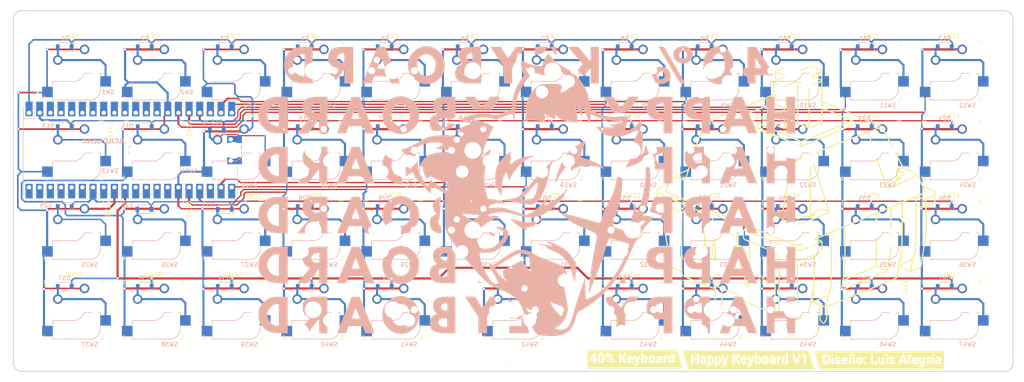
<source format=kicad_pcb>
(kicad_pcb (version 20211014) (generator pcbnew)
  (layers (0 "F.Cu" signal) (31 "B.Cu" signal) (34 "B.Paste" user) (35 "F.Paste" user) (36 "B.SilkS" user "B.Silkscreen") (37 "F.SilkS" user "F.Silkscreen") (38 "B.Mask" user) (39 "F.Mask" user) (44 "Edge.Cuts" user))
  (net 0 "")
  (net 1 "ROW0")
  (net 2 "Net-(D1-Pad2)")
  (net 3 "Net-(D2-Pad2)")
  (net 4 "Net-(D3-Pad2)")
  (net 5 "Net-(D4-Pad2)")
  (net 6 "Net-(D5-Pad2)")
  (net 7 "Net-(D6-Pad2)")
  (net 8 "Net-(D7-Pad2)")
  (net 9 "Net-(D8-Pad2)")
  (net 10 "Net-(D9-Pad2)")
  (net 11 "Net-(D10-Pad2)")
  (net 12 "Net-(D11-Pad2)")
  (net 13 "Net-(D12-Pad2)")
  (net 14 "ROW1")
  (net 15 "Net-(D13-Pad2)")
  (net 16 "Net-(D14-Pad2)")
  (net 17 "Net-(D15-Pad2)")
  (net 18 "Net-(D16-Pad2)")
  (net 19 "Net-(D17-Pad2)")
  (net 20 "Net-(D18-Pad2)")
  (net 21 "Net-(D19-Pad2)")
  (net 22 "Net-(D20-Pad2)")
  (net 23 "Net-(D21-Pad2)")
  (net 24 "Net-(D22-Pad2)")
  (net 25 "Net-(D23-Pad2)")
  (net 26 "Net-(D24-Pad2)")
  (net 27 "ROW2")
  (net 28 "Net-(D25-Pad2)")
  (net 29 "Net-(D26-Pad2)")
  (net 30 "Net-(D27-Pad2)")
  (net 31 "Net-(D28-Pad2)")
  (net 32 "Net-(D29-Pad2)")
  (net 33 "Net-(D30-Pad2)")
  (net 34 "Net-(D31-Pad2)")
  (net 35 "Net-(D32-Pad2)")
  (net 36 "Net-(D33-Pad2)")
  (net 37 "Net-(D34-Pad2)")
  (net 38 "Net-(D35-Pad2)")
  (net 39 "Net-(D36-Pad2)")
  (net 40 "ROW3")
  (net 41 "Net-(D37-Pad2)")
  (net 42 "Net-(D38-Pad2)")
  (net 43 "Net-(D39-Pad2)")
  (net 44 "Net-(D40-Pad2)")
  (net 45 "Net-(D41-Pad2)")
  (net 46 "Net-(D42-Pad2)")
  (net 47 "Net-(D43-Pad2)")
  (net 48 "Net-(D44-Pad2)")
  (net 49 "Net-(D45-Pad2)")
  (net 50 "Net-(D46-Pad2)")
  (net 51 "Net-(D47-Pad2)")
  (net 52 "COL0")
  (net 53 "COL1")
  (net 54 "COL2")
  (net 55 "COL3")
  (net 56 "COL4")
  (net 57 "COL5")
  (net 58 "COL6")
  (net 59 "COL7")
  (net 60 "COL8")
  (net 61 "COL9")
  (net 62 "COL10")
  (net 63 "COL11")
  (footprint "Library Loader:Kailh_socket_MX_optional" (layer "F.Cu") (at 88.276681 99.449249)
    (fp_text reference "SW26")
    (fp_text value "SW_Push")
  )
  (footprint "Library Loader:Kailh_socket_MX_optional" (layer "F.Cu") (at 69.276681 99.449249)
    (fp_text reference "SW25")
    (fp_text value "SW_Push")
  )
  (footprint "Library Loader:Kailh_socket_MX_optional" (layer "F.Cu") (at 164.276681 80.449249)
    (fp_text reference "SW18")
    (fp_text value "SW_Push")
  )
  (footprint "Library Loader:Kailh_socket_MX_optional" (layer "F.Cu") (at 221.276681 118.449249)
    (fp_text reference "SW44")
    (fp_text value "SW_Push")
  )
  (footprint "Library Loader:Kailh_socket_MX_optional" (layer "F.Cu") (at 88.276681 80.449249)
    (fp_text reference "SW14")
    (fp_text value "SW_Push")
  )
  (footprint "Library Loader:Kailh_socket_MX_optional" (layer "F.Cu") (at 145.276681 99.449249)
    (fp_text reference "SW29")
    (fp_text value "SW_Push")
  )
  (footprint "Library Loader:Kailh_socket_MX_optional" (layer "F.Cu") (at 202.276681 80.449249)
    (fp_text reference "SW20")
    (fp_text value "SW_Push")
  )
  (footprint "MountingHole:MountingHole_3.2mm_M3" (layer "F.Cu") (at 57.389481 49.663649)
    (fp_text reference "H4")
    (fp_text value "MountingHole")
  )
  (footprint "Mounting_Keyboard_Stabilizer:Stabilizer_Cherry_MX_2.00u" (layer "F.Cu") (at 174.051681 118.449249)
    (fp_text reference "J1")
    (fp_text value "Conn_01x02_Male")
  )
  (footprint "kibuzzard-6439EFC4" (layer "F.Cu") (at 229.931681 130.410249)
    (fp_text reference "kibuzzard-6439EFC4" hide)
    (fp_text value "G***" hide)
  )
  (footprint "Library Loader:Kailh_socket_MX_optional" (layer "F.Cu") (at 259.276681 80.449249)
    (fp_text reference "SW23")
    (fp_text value "SW_Push")
  )
  (footprint "Library Loader:Kailh_socket_MX_optional" (layer "F.Cu") (at 126.276681 80.449249)
    (fp_text reference "SW16")
    (fp_text value "SW_Push")
  )
  (footprint "Library Loader:Kailh_socket_MX_optional" (layer "F.Cu") (at 164.276681 99.449249)
    (fp_text reference "SW30")
    (fp_text value "SW_Push")
  )
  (footprint "Library Loader:Kailh_socket_MX_optional" (layer "F.Cu") (at 278.276681 99.449249)
    (fp_text reference "SW36")
    (fp_text value "SW_Push")
  )
  (footprint "Library Loader:Kailh_socket_MX_optional" (layer "F.Cu") (at 174.051681 118.449249)
    (fp_text reference "SW42")
    (fp_text value "SW_Push")
  )
  (footprint "Library Loader:Kailh_socket_MX_optional" (layer "F.Cu") (at 202.276681 61.449249)
    (fp_text reference "SW8")
    (fp_text value "SW_Push")
  )
  (footprint "Library Loader:Kailh_socket_MX_optional" (layer "F.Cu") (at 69.276681 118.449249)
    (fp_text reference "SW37")
    (fp_text value "SW_Push")
  )
  (footprint "Library Loader:Kailh_socket_MX_optional" (layer "F.Cu") (at 107.276681 118.449249)
    (fp_text reference "SW39")
    (fp_text value "SW_Push")
  )
  (footprint "kibuzzard-6439EC13" (layer "F.Cu") (at 261.046681 130.537249)
    (fp_text reference "kibuzzard-6439EC13" hide)
    (fp_text value "G***" hide)
  )
  (footprint "Library Loader:Kailh_socket_MX_optional" (layer "F.Cu") (at 240.276681 99.449249)
    (fp_text reference "SW34")
    (fp_text value "SW_Push")
  )
  (footprint "Library Loader:Kailh_socket_MX_optional" (layer "F.Cu") (at 183.276681 99.449249)
    (fp_text reference "SW31")
    (fp_text value "SW_Push")
  )
  (footprint "Library Loader:Kailh_socket_MX_optional" (layer "F.Cu") (at 126.276681 118.449249)
    (fp_text reference "SW40")
    (fp_text value "SW_Push")
  )
  (footprint "Library Loader:Kailh_socket_MX_optional" (layer "F.Cu") (at 259.276681 99.449249)
    (fp_text reference "SW35")
    (fp_text value "SW_Push")
  )
  (footprint "Library Loader:Kailh_socket_MX_optional" (layer "F.Cu") (at 88.276681 118.449249)
    (fp_text reference "SW38")
    (fp_text value "SW_Push")
  )
  (footprint "MountingHole:MountingHole_3.2mm_M3" (layer "F.Cu") (at 57.389481 130.664249)
    (fp_text reference "H6")
    (fp_text value "MountingHole")
  )
  (footprint "Library Loader:Kailh_socket_MX_optional" (layer "F.Cu") (at 240.276681 61.449249)
    (fp_text reference "SW10")
    (fp_text value "SW_Push")
  )
  (footprint "kibuzzard-6439EFB6" (layer "F.Cu") (at 202.880681 130.283249)
    (fp_text reference "kibuzzard-6439EFB6" hide)
    (fp_text value "G***" hide)
  )
  (footprint "Library Loader:Kailh_socket_MX_optional" (layer "F.Cu") (at 278.276681 61.449249)
    (fp_text reference "SW12")
    (fp_text value "SW_Push")
  )
  (footprint "Library Loader:Kailh_socket_MX_optional" (layer "F.Cu") (at 240.276681 80.449249)
    (fp_text reference "SW22")
    (fp_text value "SW_Push")
  )
  (footprint "Library Loader:Kailh_socket_MX_optional" (layer "F.Cu") (at 164.276681 61.449249)
    (fp_text reference "SW6")
    (fp_text value "SW_Push")
  )
  (footprint "Library Loader:Kailh_socket_MX_optional" (layer "F.Cu") (at 145.276681 118.449249)
    (fp_text reference "SW41")
    (fp_text value "SW_Push")
  )
  (footprint "Library Loader:Kailh_socket_MX_optional" (layer "F.Cu") (at 107.276681 80.449249)
    (fp_text reference "SW15")
    (fp_text value "SW_Push")
  )
  (footprint "Library Loader:Kailh_socket_MX_optional" (layer "F.Cu") (at 69.276681 61.449249)
    (fp_text reference "SW1")
    (fp_text value "SW_Push")
  )
  (footprint "Library Loader:Kailh_socket_MX_optional" (layer "F.Cu") (at 69.276681 80.449249)
    (fp_text reference "SW13")
    (fp_text value "SW_Push")
  )
  (footprint "Library Loader:Kailh_socket_MX_optional" (layer "F.Cu") (at 278.276681 80.449249)
    (fp_text reference "SW24")
    (fp_text value "SW_Push")
  )
  (footprint "Library Loader:Kailh_socket_MX_optional" (layer "F.Cu") (at 145.276681 80.449249)
    (fp_text reference "SW17")
    (fp_text value "SW_Push")
  )
  (footprint "Library Loader:Kailh_socket_MX_optional" (layer "F.Cu") (at 202.276681 99.449249)
    (fp_text reference "SW32")
    (fp_text value "SW_Push")
  )
  (footprint "Library Loader:Kailh_socket_MX_optional" (layer "F.Cu") (at 183.276681 61.449249)
    (fp_text reference "SW7")
    (fp_text value "SW_Push")
  )
  (footprint "Library Loader:Kailh_socket_MX_optional" (layer "F.Cu") (at 107.276681 61.449249)
    (fp_text reference "SW3")
    (fp_text value "SW_Push")
  )
  (footprint "LOGO" (layer "F.Cu") (at 240.904481 92.310249)
    (fp_text reference "G***")
    (fp_text value "LOGO" hide)
  )
  (footprint "Library Loader:Kailh_socket_MX_optional" (layer "F.Cu") (at 107.276681 99.449249)
    (fp_text reference "SW27")
    (fp_text value "SW_Push")
  )
  (footprint "Library Loader:Kailh_socket_MX_optional" (layer "F.Cu") (at 221.276681 80.449249)
    (fp_text reference "SW21")
    (fp_text value "SW_Push")
  )
  (footprint "MountingHole:MountingHole_3.2mm_M3" (layer "F.Cu") (at 173.899281 130.638849)
    (fp_text reference "H2")
    (fp_text value "MountingHole")
  )
  (footprint "Library Loader:Kailh_socket_MX_optional" (layer "F.Cu") (at 145.276681 61.449249)
    (fp_text reference "SW5")
    (fp_text value "SW_Push")
  )
  (footprint "Library Loader:Kailh_socket_MX_optional" (layer "F.Cu") (at 126.276681 99.449249)
    (fp_text reference "SW28")
    (fp_text value "SW_Push")
  )
  (footprint "Library Loader:Kailh_socket_MX_optional" (layer "F.Cu") (at 183.276681 80.449249)
    (fp_text reference "SW19")
    (fp_text value "SW_Push")
  )
  (footprint "Library Loader:Kailh_socket_MX_optional" (layer "F.Cu") (at 202.276681 118.449249)
    (fp_text reference "SW43")
    (fp_text value "SW_Push")
  )
  (footprint "Library Loader:Kailh_socket_MX_optional" (layer "F.Cu") (at 259.276681 118.449249)
    (fp_text reference "SW46")
    (fp_text value "SW_Push")
  )
  (footprint "Library Loader:Kailh_socket_MX_optional" (layer "F.Cu") (at 278.276681 118.449249)
    (fp_text reference "SW47")
    (fp_text value "SW_Push")
  )
  (footprint "Library Loader:Kailh_socket_MX_optional" (layer "F.Cu") (at 221.276681 99.449249)
    (fp_text reference "SW33")
    (fp_text value "SW_Push")
  )
  (footprint "Library Loader:Kailh_socket_MX_optional" (layer "F.Cu") (at 240.276681 118.449249)
    (fp_text reference "SW45")
    (fp_text value "SW_Push")
  )
  (footprint "Library Loader:Kailh_socket_MX_optional" (layer "F.Cu") (at 221.276681 61.449249)
    (fp_text reference "SW9")
    (fp_text value "SW_Push")
  )
  (footprint "MountingHole:MountingHole_3.2mm_M3" (layer "F.Cu") (at 290.383681 130.638849)
    (fp_text reference "H5")
    (fp_text value "MountingHole")
  )
  (footprint "Library Loader:Kailh_socket_MX_optional" (layer "F.Cu") (at 126.276681 61.449249)
    (fp_text reference "SW4")
    (fp_text value "SW_Push")
  )
  (footprint "Library Loader:Kailh_socket_MX_optional" (layer "F.Cu") (at 88.276681 61.449249)
    (fp_text reference "SW2")
    (fp_text value "SW_Push")
  )
  (footprint "Library Loader:Kailh_socket_MX_optional" (layer "F.Cu") (at 259.276681 61.449249)
    (fp_text reference "SW11")
    (fp_text value "SW_Push")
  )
  (footprint "MountingHole:MountingHole_3.2mm_M3" (layer "F.Cu") (at 290.383681 49.663649)
    (fp_text reference "H3")
    (fp_text value "MountingHole")
  )
  (footprint "MountingHole:MountingHole_3.2mm_M3" (layer "F.Cu") (at 173.899281 49.638249)
    (fp_text reference "H1")
    (fp_text value "MountingHole")
  )
  (footprint "Diode_SMD:D_SOD-123" (layer "B.Cu") (at 162.346681 74.809249 180)
    (fp_text reference "D18")
    (fp_text value "1N4148W")
  )
  (footprint "Diode_SMD:D_SOD-123" (layer "B.Cu") (at 257.596681 93.859249 180)
    (fp_text reference "D35")
    (fp_text value "1N4148W")
  )
  (footprint "Diode_SMD:D_SOD-123" (layer "B.Cu") (at 67.096681 55.759249 180)
    (fp_text reference "D1")
    (fp_text value "1N4148W")
  )
  (footprint "Diode_SMD:D_SOD-123" (layer "B.Cu") (at 124.246681 55.759249 180)
    (fp_text reference "D4")
    (fp_text value "1N4148W")
  )
  (footprint "Diode_SMD:D_SOD-123" (layer "B.Cu") (at 105.196681 94.469249 180)
    (fp_text reference "D27")
    (fp_text value "1N4148W")
  )
  (footprint "Diode_SMD:D_SOD-123" (layer "B.Cu") (at 238.546681 74.809249 180)
    (fp_text reference "D22")
    (fp_text value "1N4148W")
  )
  (footprint "Diode_SMD:D_SOD-123" (layer "B.Cu") (at 219.496681 112.909249 180)
    (fp_text reference "D44")
    (fp_text value "1N4148W")
  )
  (footprint "Diode_SMD:D_SOD-123" (layer "B.Cu") (at 143.296681 112.909249 180)
    (fp_text reference "D41")
    (fp_text value "1N4148W")
  )
  (footprint "Diode_SMD:D_SOD-123" (layer "B.Cu") (at 162.346681 93.859249 180)
    (fp_text reference "D30")
    (fp_text value "1N4148W")
  )
  (footprint "Diode_SMD:D_SOD-123" (layer "B.Cu") (at 67.096681 93.859249 180)
    (fp_text reference "D25")
    (fp_text value "1N4148W")
  )
  (footprint "Diode_SMD:D_SOD-123" (layer "B.Cu") (at 276.646681 74.809249 180)
    (fp_text reference "D24")
    (fp_text value "1N4148W")
  )
  (footprint "Diode_SMD:D_SOD-123" (layer "B.Cu") (at 200.446681 112.909249 180)
    (fp_text reference "D43")
    (fp_text value "1N4148W")
  )
  (footprint "Diode_SMD:D_SOD-123" (layer "B.Cu") (at 105.196681 112.909249 180)
    (fp_text reference "D39")
    (fp_text value "1N4148W")
  )
  (footprint "Diode_SMD:D_SOD-123" (layer "B.Cu") (at 143.296681 93.859249 180)
    (fp_text reference "D29")
    (fp_text value "1N4148W")
  )
  (footprint "Diode_SMD:D_SOD-123" (layer "B.Cu") (at 219.496681 93.859249 180)
    (fp_text reference "D33")
    (fp_text value "1N4148W")
  )
  (footprint "Diode_SMD:D_SOD-123" (layer "B.Cu") (at 200.446681 74.809249 180)
    (fp_text reference "D20")
    (fp_text value "1N4148W")
  )
  (footprint "Diode_SMD:D_SOD-123" (layer "B.Cu") (at 181.396681 74.809249 180)
    (fp_text reference "D19")
    (fp_text value "1N4148W")
  )
  (footprint "Diode_SMD:D_SOD-123" (layer "B.Cu") (at 257.596681 74.809249 180)
    (fp_text reference "D23")
    (fp_text value "1N4148W")
  )
  (footprint "Diode_SMD:D_SOD-123" (layer "B.Cu") (at 86.146681 55.759249 180)
    (fp_text reference "D2")
    (fp_text value "1N4148W")
  )
  (footprint "Diode_SMD:D_SOD-123" (layer "B.Cu") (at 162.346681 55.759249 180)
    (fp_text reference "D6")
    (fp_text value "1N4148W")
  )
  (footprint "Diode_SMD:D_SOD-123" (layer "B.Cu") (at 67.096681 74.809249 180)
    (fp_text reference "D13")
    (fp_text value "1N4148W")
  )
  (footprint "Diode_SMD:D_SOD-123" (layer "B.Cu") (at 238.546681 112.909249 180)
    (fp_text reference "D45")
    (fp_text value "1N4148W")
  )
  (footprint "Diode_SMD:D_SOD-123" (layer "B.Cu") (at 124.246681 93.859249 180)
    (fp_text reference "D28")
    (fp_text value "1N4148W")
  )
  (footprint "Diode_SMD:D_SOD-123" (layer "B.Cu") (at 200.446681 55.759249 180)
    (fp_text reference "D8")
    (fp_text value "1N4148W")
  )
  (footprint "Diode_SMD:D_SOD-123" (layer "B.Cu") (at 181.396681 55.759249 180)
    (fp_text reference "D7")
    (fp_text value "1N4148W")
  )
  (footprint "Diode_SMD:D_SOD-123" (layer "B.Cu") (at 86.146681 112.909249 180)
    (fp_text reference "D38")
    (fp_text value "1N4148W")
  )
  (footprint "Diode_SMD:D_SOD-123" (layer "B.Cu") (at 200.446681 93.859249 180)
    (fp_text reference "D32")
    (fp_text value "1N4148W")
  )
  (footprint "Diode_SMD:D_SOD-123" (layer "B.Cu") (at 86.040681 94.469249 180)
    (fp_text reference "D26")
    (fp_text value "1N4148W")
  )
  (footprint "Diode_SMD:D_SOD-123" (layer "B.Cu") (at 171.871681 112.909249 180)
    (fp_text reference "D42")
    (fp_text value "1N4148W")
  )
  (footprint "Diode_SMD:D_SOD-123" (layer "B.Cu") (at 143.296681 55.759249 180)
    (fp_text reference "D5")
    (fp_text value "1N4148W")
  )
  (footprint "Diode_SMD:D_SOD-123" (layer "B.Cu") (at 103.312681 75.673249 180)
    (fp_text reference "D15")
    (fp_text value "1N4148W")
  )
  (footprint "Diode_SMD:D_SOD-123" (layer "B.Cu") (at 276.646681 55.759249 180)
    (fp_text reference "D12")
    (fp_text value "1N4148W")
  )
  (footprint "Diode_SMD:D_SOD-123" (layer "B.Cu") (at 124.246681 112.909249 180)
    (fp_text reference "D40")
    (fp_text value "1N4148W")
  )
  (footprint "Diode_SMD:D_SOD-123" (layer "B.Cu") (at 276.646681 93.859249 180)
    (fp_text reference "D36")
    (fp_text value "1N4148W")
  )
  (footprint "Diode_SMD:D_SOD-123" (layer "B.Cu") (at 257.596681 55.759249 180)
    (fp_text reference "D11")
    (fp_text value "1N4148W")
  )
  (footprint "Diode_SMD:D_SOD-123" (layer "B.Cu") (at 219.496681 74.809249 180)
    (fp_text reference "D21")
    (fp_text value "1N4148W")
  )
  (footprint "Diode_SMD:D_SOD-123" (layer "B.Cu") (at 276.646681 112.909249 180)
    (fp_text reference "D47")
    (fp_text value "1N4148W")
  )
  (footprint "Diode_SMD:D_SOD-123" (layer "B.Cu") (at 238.546681 93.859249 180)
    (fp_text reference "D34")
    (fp_text value "1N4148W")
  )
  (footprint "Diode_SMD:D_SOD-123" (layer "B.Cu") (at 67.096681 112.909249 180)
    (fp_text reference "D37")
    (fp_text value "1N4148W")
  )
  (footprint "Diode_SMD:D_SOD-123" (layer "B.Cu") (at 238.546681 55.759249 180)
    (fp_text reference "D10")
    (fp_text value "1N4148W")
  )
  (footprint "LOGO" (layer "B.Cu") (at 177.306486 90.606601 180)
    (fp_text reference "G***")
    (fp_text value "LOGO" hide)
  )
  (footprint "Diode_SMD:D_SOD-123" (layer "B.Cu") (at 86.146681 74.809249 180)
    (fp_text reference "D14")
    (fp_text value "1N4148W")
  )
  (footprint "Library Loader:RPi_Pico_SMD_TH" (layer "B.Cu") (at 82.738681 80.372249 -90)
    (fp_text reference "U1")
    (fp_text value "Pico")
  )
  (footprint "Diode_SMD:D_SOD-123" (layer "B.Cu") (at 257.596681 112.909249 180)
    (fp_text reference "D46")
    (fp_text value "1N4148W")
  )
  (footprint "Diode_SMD:D_SOD-123" (layer "B.Cu") (at 181.396681 93.859249 180)
    (fp_text reference "D31")
    (fp_text value "1N4148W")
  )
  (footprint "Diode_SMD:D_SOD-123" (layer "B.Cu") (at 143.296681 74.809249 180)
    (fp_text reference "D17")
    (fp_text value "1N4148W")
  )
  (footprint "Diode_SMD:D_SOD-123" (layer "B.Cu") (at 219.496681 55.759249 180)
    (fp_text reference "D9")
    (fp_text value "1N4148W")
  )
  (footprint "Diode_SMD:D_SOD-123" (layer "B.Cu") (at 105.196681 55.759249 180)
    (fp_text reference "D3")
    (fp_text value "1N4148W")
  )
  (footprint "Diode_SMD:D_SOD-123" (layer "B.Cu") (at 124.246681 74.809249 180)
    (fp_text reference "D16")
    (fp_text value "1N4148W")
  )
  (gr_line (start 55.979551 132.933854) (end 55.841741 132.858064) (layer "Edge.Cuts") (width 0.2032))
  (gr_line (start 54.893656 48.994749) (end 54.91157 48.837749) (layer "Edge.Cuts") (width 0.2032))
  (gr_line (start 173.422681 129.225559) (end 173.005681 129.437759) (layer "Edge.Cuts") (width 0.2032))
  (gr_line (start 290.850681 51.076849) (end 291.268681 50.864849) (layer "Edge.Cuts") (width 0.2032))
  (gr_line (start 290.888681 47.151149) (end 291.043681 47.157849) (layer "Edge.Cuts") (width 0.2032))
  (gr_line (start 175.386681 130.651819) (end 175.313681 130.188799) (layer "Edge.Cuts") (width 0.2032))
  (gr_line (start 291.814681 49.187749) (end 291.600681 48.768649) (layer "Edge.Cuts") (width 0.2032))
  (gr_line (start 292.592681 48.106149) (end 292.669681 48.243649) (layer "Edge.Cuts") (width 0.2032))
  (gr_line (start 56.173851 129.769869) (end 55.960261 130.188799) (layer "Edge.Cuts") (width 0.2032))
  (gr_line (start 289.505681 48.438049) (end 289.173681 48.768649) (layer "Edge.Cuts") (width 0.2032))
  (gr_line (start 291.043681 47.157849) (end 291.199681 47.175849) (layer "Edge.Cuts") (width 0.2032))
  (gr_line (start 56.573481 133.126781) (end 56.420521 133.096464) (layer "Edge.Cuts") (width 0.2032))
  (gr_line (start 55.960261 49.187749) (end 55.885841 49.650549) (layer "Edge.Cuts") (width 0.2032))
  (gr_line (start 57.849551 51.076849) (end 58.268471 50.864849) (layer "Edge.Cuts") (width 0.2032))
  (gr_line (start 289.923681 129.225559) (end 289.505681 129.437759) (layer "Edge.Cuts") (width 0.2032))
  (gr_line (start 175.101681 50.532549) (end 175.313681 50.113749) (layer "Edge.Cuts") (width 0.2032))
  (gr_line (start 291.814681 131.114839) (end 291.888681 130.651819) (layer "Edge.Cuts") (width 0.2032))
  (gr_line (start 292.186681 132.67203) (end 292.063681 132.769869) (layer "Edge.Cuts") (width 0.2032))
  (gr_line (start 289.923681 51.076849) (end 290.387681 51.151249) (layer "Edge.Cuts") (width 0.2032))
  (gr_line (start 173.005681 129.437759) (end 172.672681 129.769869) (layer "Edge.Cuts") (width 0.2032))
  (gr_line (start 291.600681 129.769869) (end 291.268681 129.437759) (layer "Edge.Cuts") (width 0.2032))
  (gr_line (start 291.814681 50.113749) (end 291.888681 49.650549) (layer "Edge.Cuts") (width 0.2032))
  (gr_line (start 292.887681 131.152049) (end 292.880681 131.307769) (layer "Edge.Cuts") (width 0.2032))
  (gr_line (start 172.672681 129.769869) (end 172.459681 130.188799) (layer "Edge.Cuts") (width 0.2032))
  (gr_line (start 58.268471 50.864849) (end 58.600591 50.532549) (layer "Edge.Cuts") (width 0.2032))
  (gr_line (start 56.730581 47.157849) (end 56.887681 47.151149) (layer "Edge.Cuts") (width 0.2032))
  (gr_line (start 55.268481 47.974849) (end 55.366324 47.852449) (layer "Edge.Cuts") (width 0.2032))
  (gr_line (start 291.888681 49.650549) (end 291.814681 49.187749) (layer "Edge.Cuts") (width 0.2032))
  (gr_line (start 54.893656 131.307769) (end 54.886766 131.152049) (layer "Edge.Cuts") (width 0.2032))
  (gr_line (start 55.472433 47.736749) (end 55.588186 47.630549) (layer "Edge.Cuts") (width 0.2032))
  (gr_line (start 55.366324 47.852449) (end 55.472433 47.736749) (layer "Edge.Cuts") (width 0.2032))
  (gr_line (start 289.505681 131.865879) (end 289.923681 132.078089) (layer "Edge.Cuts") (width 0.2032))
  (gr_line (start 58.600591 48.768649) (end 58.268471 48.438049) (layer "Edge.Cuts") (width 0.2032))
  (gr_line (start 55.104496 132.058799) (end 55.039728 131.916859) (layer "Edge.Cuts") (width 0.2032))
  (gr_line (start 175.386681 49.650549) (end 175.313681 49.187749) (layer "Edge.Cuts") (width 0.2032))
  (gr_line (start 172.672681 48.768649) (end 172.459681 49.187749) (layer "Edge.Cuts") (width 0.2032))
  (gr_line (start 57.386531 51.151249) (end 57.849551 51.076849) (layer "Edge.Cuts") (width 0.2032))
  (gr_line (start 290.850681 129.225559) (end 290.387681 129.152499) (layer "Edge.Cuts") (width 0.2032))
  (gr_line (start 173.422681 132.078089) (end 173.887681 132.152509) (layer "Edge.Cuts") (width 0.2032))
  (gr_line (start 292.880681 131.307769) (end 292.862681 131.464869) (layer "Edge.Cuts") (width 0.2032))
  (gr_line (start 174.351681 51.076849) (end 174.769681 50.864849) (layer "Edge.Cuts") (width 0.2032))
  (gr_line (start 175.313681 131.114839) (end 175.386681 130.651819) (layer "Edge.Cuts") (width 0.2032))
  (gr_line (start 56.730581 133.144696) (end 56.573481 133.126781) (layer "Edge.Cuts") (width 0.2032))
  (gr_line (start 291.814681 130.188799) (end 291.600681 129.769869) (layer "Edge.Cuts") (width 0.2032))
  (gr_line (start 172.459681 49.187749) (end 172.386681 49.650549) (layer "Edge.Cuts") (width 0.2032))
  (gr_line (start 289.505681 129.437759) (end 289.173681 129.769869) (layer "Edge.Cuts") (width 0.2032))
  (gr_line (start 175.313681 130.188799) (end 175.101681 129.769869) (layer "Edge.Cuts") (width 0.2032))
  (gr_line (start 174.769681 131.865879) (end 175.101681 131.533769) (layer "Edge.Cuts") (width 0.2032))
  (gr_line (start 174.769681 129.437759) (end 174.351681 129.225559) (layer "Edge.Cuts") (width 0.2032))
  (gr_line (start 173.422681 51.076849) (end 173.887681 51.151249) (layer "Edge.Cuts") (width 0.2032))
  (gr_line (start 291.794681 132.933854) (end 291.652681 133) (layer "Edge.Cuts") (width 0.2032))
  (gr_line (start 292.734681 48.385849) (end 292.789681 48.531949) (layer "Edge.Cuts") (width 0.2032))
  (gr_line (start 173.887681 51.151249) (end 174.351681 51.076849) (layer "Edge.Cuts") (width 0.2032))
  (gr_line (start 291.600681 48.768649) (end 291.268681 48.438049) (layer "Edge.Cuts") (width 0.2032))
  (gr_line (start 288.961681 49.187749) (end 288.887681 49.650549) (layer "Edge.Cuts") (width 0.2032))
  (gr_line (start 58.887221 49.650549) (end 58.812781 49.187749) (layer "Edge.Cuts") (width 0.2032))
  (gr_line (start 291.505681 133.053746) (end 291.353681 133.096464) (layer "Edge.Cuts") (width 0.2032))
  (gr_line (start 289.173681 129.769869) (end 288.961681 130.188799) (layer "Edge.Cuts") (width 0.2032))
  (gr_line (start 291.652681 47.303849) (end 291.794681 47.368849) (layer "Edge.Cuts") (width 0.2032))
  (gr_line (start 289.173681 48.768649) (end 288.961681 49.187749) (layer "Edge.Cuts") (width 0.2032))
  (gr_line (start 54.941887 48.684649) (end 54.984606 48.531949) (layer "Edge.Cuts") (width 0.2032))
  (gr_line (start 290.850681 48.224249) (end 290.387681 48.151249) (layer "Edge.Cuts") (width 0.2032))
  (gr_line (start 288.961681 130.188799) (end 288.887681 130.651819) (layer "Edge.Cuts") (width 0.2032))
  (gr_line (start 58.600591 131.533769) (end 58.812781 131.114839) (layer "Edge.Cuts") (width 0.2032))
  (gr_line (start 56.504581 129.437759) (end 56.173851 129.769869) (layer "Edge.Cuts") (width 0.2032))
  (gr_line (start 55.472433 132.565918) (end 55.366324 132.450169) (layer "Edge.Cuts") (width 0.2032))
  (gr_line (start 175.101681 48.768649) (end 174.769681 48.438049) (layer "Edge.Cuts") (width 0.2032))
  (gr_line (start 55.181666 132.196609) (end 55.104496 132.058799) (layer "Edge.Cuts") (width 0.2032))
  (gr_line (start 58.600591 50.532549) (end 58.812781 50.113749) (layer "Edge.Cuts") (width 0.2032))
  (gr_line (start 54.91157 131.464869) (end 54.893656 131.307769) (layer "Edge.Cuts") (width 0.2032))
  (gr_line (start 291.199681 133.126781) (end 291.043681 133.144696) (layer "Edge.Cuts") (width 0.2032))
  (gr_line (start 291.353681 133.096464) (end 291.199681 133.126781) (layer "Edge.Cuts") (width 0.2032))
  (gr_line (start 56.173851 50.532549) (end 56.504581 50.864849) (layer "Edge.Cuts") (width 0.2032))
  (gr_line (start 292.669681 132.058799) (end 292.592681 132.196609) (layer "Edge.Cuts") (width 0.2032))
  (gr_line (start 292.862681 48.837749) (end 292.880681 48.994749) (layer "Edge.Cuts") (width 0.2032))
  (gr_line (start 292.880681 48.994749) (end 292.887681 49.151749) (layer "Edge.Cuts") (width 0.2032))
  (gr_line (start 292.887681 49.151749) (end 292.887681 131.152049) (layer "Edge.Cuts") (width 0.2032))
  (gr_line (start 58.268471 129.437759) (end 57.849551 129.225559) (layer "Edge.Cuts") (width 0.2032))
  (gr_line (start 55.885841 49.650549) (end 55.960261 50.113749) (layer "Edge.Cuts") (width 0.2032))
  (gr_line (start 55.181666 48.106149) (end 55.268481 47.974849) (layer "Edge.Cuts") (width 0.2032))
  (gr_line (start 173.887681 132.152509) (end 174.351681 132.078089) (layer "Edge.Cuts") (width 0.2032))
  (gr_line (start 58.887221 130.651819) (end 58.812781 130.188799) (layer "Edge.Cuts") (width 0.2032))
  (gr_line (start 56.121491 47.303849) (end 56.267561 47.248849) (layer "Edge.Cuts") (width 0.2032))
  (gr_line (start 174.351681 129.225559) (end 173.887681 129.152499) (layer "Edge.Cuts") (width 0.2032))
  (gr_line (start 58.268471 131.865879) (end 58.600591 131.533769) (layer "Edge.Cuts") (width 0.2032))
  (gr_line (start 56.923511 51.076849) (end 57.386531 51.151249) (layer "Edge.Cuts") (width 0.2032))
  (gr_line (start 173.005681 50.864849) (end 173.422681 51.076849) (layer "Edge.Cuts") (width 0.2032))
  (gr_line (start 174.769681 48.438049) (end 174.351681 48.224249) (layer "Edge.Cuts") (width 0.2032))
  (gr_line (start 291.600681 50.532549) (end 291.814681 50.113749) (layer "Edge.Cuts") (width 0.2032))
  (gr_line (start 56.173851 131.533769) (end 56.504581 131.865879) (layer "Edge.Cuts") (width 0.2032))
  (gr_line (start 54.91157 48.837749) (end 54.941887 48.684649) (layer "Edge.Cuts") (width 0.2032))
  (gr_line (start 175.101681 131.533769) (end 175.313681 131.114839) (layer "Edge.Cuts") (width 0.2032))
  (gr_line (start 290.387681 51.151249) (end 290.850681 51.076849) (layer "Edge.Cuts") (width 0.2032))
  (gr_line (start 288.961681 50.113749) (end 289.173681 50.532549) (layer "Edge.Cuts") (width 0.2032))
  (gr_line (start 172.386681 49.650549) (end 172.459681 50.113749) (layer "Edge.Cuts") (width 0.2032))
  (gr_line (start 54.886766 131.152049) (end 54.886766 49.151749) (layer "Edge.Cuts") (width 0.2032))
  (gr_line (start 55.710833 47.532849) (end 55.841741 47.445749) (layer "Edge.Cuts") (width 0.2032))
  (gr_line (start 291.794681 47.368849) (end 291.932681 47.445749) (layer "Edge.Cuts") (width 0.2032))
  (gr_line (start 291.043681 133.144696) (end 290.886681 133.151586) (layer "Edge.Cuts") (width 0.2032))
  (gr_line (start 56.887681 133.152964) (end 56.730581 133.144696) (layer "Edge.Cuts") (width 0.2032))
  (gr_line (start 292.832681 48.684649) (end 292.862681 48.837749) (layer "Edge.Cuts") (width 0.2032))
  (gr_line (start 291.505681 47.248849) (end 291.652681 47.303849) (layer "Edge.Cuts") (width 0.2032))
  (gr_line (start 54.984606 48.531949) (end 55.039728 48.385849) (layer "Edge.Cuts") (width 0.2032))
  (gr_line (start 291.600681 131.533769) (end 291.814681 131.114839) (layer "Edge.Cuts") (width 0.2032))
  (gr_line (start 292.789681 131.770789) (end 292.734681 131.916859) (layer "Edge.Cuts") (width 0.2032))
  (gr_line (start 290.387681 129.152499) (end 289.923681 129.225559) (layer "Edge.Cuts") (width 0.2032))
  (gr_line (start 55.841741 132.858064) (end 55.710833 132.769869) (layer "Edge.Cuts") (width 0.2032))
  (gr_line (start 292.592681 132.196609) (end 292.505681 132.327519) (layer "Edge.Cuts") (width 0.2032))
  (gr_line (start 292.734681 131.916859) (end 292.669681 132.058799) (layer "Edge.Cuts") (width 0.2032))
  (gr_line (start 289.173681 131.533769) (end 289.505681 131.865879) (layer "Edge.Cuts") (width 0.2032))
  (gr_line (start 57.849551 132.078089) (end 58.268471 131.865879) (layer "Edge.Cuts") (width 0.2032))
  (gr_line (start 174.769681 50.864849) (end 175.101681 50.532549) (layer "Edge.Cuts") (width 0.2032))
  (gr_line (start 57.849551 129.225559) (end 57.386531 129.152499) (layer "Edge.Cuts") (width 0.2032))
  (gr_line (start 56.267561 47.248849) (end 56.420521 47.206149) (layer "Edge.Cuts") (width 0.2032))
  (gr_line (start 292.408681 132.450169) (end 292.301681 132.565918) (layer "Edge.Cuts") (width 0.2032))
  (gr_line (start 173.887681 48.151249) (end 173.422681 48.224249) (layer "Edge.Cuts") (width 0.2032))
  (gr_line (start 290.850681 132.078089) (end 291.268681 131.865879) (layer "Edge.Cuts") (width 0.2032))
  (gr_line (start 55.588186 132.67203) (end 55.472433 132.565918) (layer "Edge.Cuts") (width 0.2032))
  (gr_line (start 173.887681 129.152499) (end 173.422681 129.225559) (layer "Edge.Cuts") (width 0.2032))
  (gr_line (start 55.885841 130.651819) (end 55.960261 131.114839) (layer "Edge.Cuts") (width 0.2032))
  (gr_line (start 56.887681 47.151149) (end 290.888681 47.151149) (layer "Edge.Cuts") (width 0.2032))
  (gr_line (start 289.923681 132.078089) (end 290.387681 132.152509) (layer "Edge.Cuts") (width 0.2032))
  (gr_line (start 292.186681 47.630549) (end 292.301681 47.736749) (layer "Edge.Cuts") (width 0.2032))
  (gr_line (start 57.386531 132.152509) (end 57.849551 132.078089) (layer "Edge.Cuts") (width 0.2032))
  (gr_line (start 56.504581 131.865879) (end 56.923511 132.078089) (layer "Edge.Cuts") (width 0.2032))
  (gr_line (start 290.886681 133.151586) (end 56.887681 133.152964) (layer "Edge.Cuts") (width 0.2032))
  (gr_line (start 55.268481 132.327519) (end 55.181666 132.196609) (layer "Edge.Cuts") (width 0.2032))
  (gr_line (start 173.422681 48.224249) (end 173.005681 48.438049) (layer "Edge.Cuts") (width 0.2032))
  (gr_line (start 56.923511 48.224249) (end 56.504581 48.438049) (layer "Edge.Cuts") (width 0.2032))
  (gr_line (start 292.832681 131.617829) (end 292.789681 131.770789) (layer "Edge.Cuts") (width 0.2032))
  (gr_line (start 288.887681 49.650549) (end 288.961681 50.113749) (layer "Edge.Cuts") (width 0.2032))
  (gr_line (start 58.812781 130.188799) (end 58.600591 129.769869) (layer "Edge.Cuts") (width 0.2032))
  (gr_line (start 291.268681 50.864849) (end 291.600681 50.532549) (layer "Edge.Cuts") (width 0.2032))
  (gr_line (start 58.600591 129.769869) (end 58.268471 129.437759) (layer "Edge.Cuts") (width 0.2032))
  (gr_line (start 291.932681 132.858064) (end 291.794681 132.933854) (layer "Edge.Cuts") (width 0.2032))
  (gr_line (start 57.386531 48.151249) (end 56.923511 48.224249) (layer "Edge.Cuts") (width 0.2032))
  (gr_line (start 55.588186 47.630549) (end 55.710833 47.532849) (layer "Edge.Cuts") (width 0.2032))
  (gr_line (start 288.961681 131.114839) (end 289.173681 131.533769) (layer "Edge.Cuts") (width 0.2032))
  (gr_line (start 172.386681 130.651819) (end 172.459681 131.114839) (layer "Edge.Cuts") (width 0.2032))
  (gr_line (start 55.841741 47.445749) (end 55.979551 47.368849) (layer "Edge.Cuts") (width 0.2032))
  (gr_line (start 57.849551 48.224249) (end 57.386531 48.151249) (layer "Edge.Cuts") (width 0.2032))
  (gr_line (start 58.812781 50.113749) (end 58.887221 49.650549) (layer "Edge.Cuts") (width 0.2032))
  (gr_line (start 292.669681 48.243649) (end 292.734681 48.385849) (layer "Edge.Cuts") (width 0.2032))
  (gr_line (start 174.351681 48.224249) (end 173.887681 48.151249) (layer "Edge.Cuts") (width 0.2032))
  (gr_line (start 56.504581 48.438049) (end 56.173851 48.768649) (layer "Edge.Cuts") (width 0.2032))
  (gr_line (start 57.386531 129.152499) (end 56.923511 129.225559) (layer "Edge.Cuts") (width 0.2032))
  (gr_line (start 58.812781 49.187749) (end 58.600591 48.768649) (layer "Edge.Cuts") (width 0.2032))
  (gr_line (start 292.505681 47.974849) (end 292.592681 48.106149) (layer "Edge.Cuts") (width 0.2032))
  (gr_line (start 173.005681 131.865879) (end 173.422681 132.078089) (layer "Edge.Cuts") (width 0.2032))
  (gr_line (start 292.505681 132.327519) (end 292.408681 132.450169) (layer "Edge.Cuts") (width 0.2032))
  (gr_line (start 55.960261 50.113749) (end 56.173851 50.532549) (layer "Edge.Cuts") (width 0.2032))
  (gr_line (start 56.923511 132.078089) (end 57.386531 132.152509) (layer "Edge.Cuts") (width 0.2032))
  (gr_line (start 55.960261 130.188799) (end 55.885841 130.651819) (layer "Edge.Cuts") (width 0.2032))
  (gr_line (start 172.459681 130.188799) (end 172.386681 130.651819) (layer "Edge.Cuts") (width 0.2032))
  (gr_line (start 292.301681 132.565918) (end 292.186681 132.67203) (layer "Edge.Cuts") (width 0.2032))
  (gr_line (start 55.039728 48.385849) (end 55.104496 48.243649) (layer "Edge.Cuts") (width 0.2032))
  (gr_line (start 175.101681 129.769869) (end 174.769681 129.437759) (layer "Edge.Cuts") (width 0.2032))
  (gr_line (start 289.173681 50.532549) (end 289.505681 50.864849) (layer "Edge.Cuts") (width 0.2032))
  (gr_line (start 291.652681 133) (end 291.505681 133.053746) (layer "Edge.Cuts") (width 0.2032))
  (gr_line (start 56.121491 133) (end 55.979551 132.933854) (layer "Edge.Cuts") (width 0.2032))
  (gr_line (start 55.960261 131.114839) (end 56.173851 131.533769) (layer "Edge.Cuts") (width 0.2032))
  (gr_line (start 55.710833 132.769869) (end 55.588186 132.67203) (layer "Edge.Cuts") (width 0.2032))
  (gr_line (start 54.886766 49.151749) (end 54.893656 48.994749) (layer "Edge.Cuts") (width 0.2032))
  (gr_line (start 56.420521 47.206149) (end 56.573481 47.175849) (layer "Edge.Cuts") (width 0.2032))
  (gr_line (start 175.313681 49.187749) (end 175.101681 48.768649) (layer "Edge.Cuts") (width 0.2032))
  (gr_line (start 56.267561 133.053746) (end 56.121491 133) (layer "Edge.Cuts") (width 0.2032))
  (gr_line (start 291.353681 47.206149) (end 291.505681 47.248849) (layer "Edge.Cuts") (width 0.2032))
  (gr_line (start 172.672681 50.532549) (end 173.005681 50.864849) (layer "Edge.Cuts") (width 0.2032))
  (gr_line (start 292.789681 48.531949) (end 292.832681 48.684649) (layer "Edge.Cuts") (width 0.2032))
  (gr_line (start 56.573481 47.175849) (end 56.730581 47.157849) (layer "Edge.Cuts") (width 0.2032))
  (gr_line (start 56.504581 50.864849) (end 56.923511 51.076849) (layer "Edge.Cuts") (width 0.2032))
  (gr_line (start 292.063681 47.532849) (end 292.186681 47.630549) (layer "Edge.Cuts") (width 0.2032))
  (gr_line (start 290.387681 48.151249) (end 289.923681 48.224249) (layer "Edge.Cuts") (width 0.2032))
  (gr_line (start 292.408681 47.852449) (end 292.505681 47.974849) (layer "Edge.Cuts") (width 0.2032))
  (gr_line (start 291.268681 131.865879) (end 291.600681 131.533769) (layer "Edge.Cuts") (width 0.2032))
  (gr_line (start 172.459681 131.114839) (end 172.672681 131.533769) (layer "Edge.Cuts") (width 0.2032))
  (gr_line (start 291.932681 47.445749) (end 292.063681 47.532849) (layer "Edge.Cuts") (width 0.2032))
  (gr_line (start 55.039728 131.916859) (end 54.984606 131.770789) (layer "Edge.Cuts") (width 0.2032))
  (gr_line (start 54.941887 131.617829) (end 54.91157 131.464869) (layer "Edge.Cuts") (width 0.2032))
  (gr_line (start 55.979551 47.368849) (end 56.121491 47.303849) (layer "Edge.Cuts") (width 0.2032))
  (gr_line (start 292.862681 131.464869) (end 292.832681 131.617829) (layer "Edge.Cuts") (width 0.2032))
  (gr_line (start 174.351681 132.078089) (end 174.769681 131.865879) (layer "Edge.Cuts") (width 0.2032))
  (gr_line (start 291.888681 130.651819) (end 291.814681 130.188799) (layer "Edge.Cuts") (width 0.2032))
  (gr_line (start 290.387681 132.152509) (end 290.850681 132.078089) (layer "Edge.Cuts") (width 0.2032))
  (gr_line (start 292.301681 47.736749) (end 292.408681 47.852449) (layer "Edge.Cuts") (width 0.2032))
  (gr_line (start 56.173851 48.768649) (end 55.960261 49.187749) (layer "Edge.Cuts") (width 0.2032))
  (gr_line (start 55.366324 132.450169) (end 55.268481 132.327519) (layer "Edge.Cuts") (width 0.2032))
  (gr_line (start 58.812781 131.114839) (end 58.887221 130.651819) (layer "Edge.Cuts") (width 0.2032))
  (gr_line (start 55.104496 48.243649) (end 55.181666 48.106149) (layer "Edge.Cuts") (width 0.2032))
  (gr_line (start 56.420521 133.096464) (end 56.267561 133.053746) (layer "Edge.Cuts") (width 0.2032))
  (gr_line (start 175.313681 50.113749) (end 175.386681 49.650549) (layer "Edge.Cuts") (width 0.2032))
  (gr_line (start 56.923511 129.225559) (end 56.504581 129.437759) (layer "Edge.Cuts") (width 0.2032))
  (gr_line (start 58.268471 48.438049) (end 57.849551 48.224249) (layer "Edge.Cuts") (width 0.2032))
  (gr_line (start 54.984606 131.770789) (end 54.941887 131.617829) (layer "Edge.Cuts") (width 0.2032))
  (gr_line (start 173.005681 48.438049) (end 172.672681 48.768649) (layer "Edge.Cuts") (width 0.2032))
  (gr_line (start 172.459681 50.113749) (end 172.672681 50.532549) (layer "Edge.Cuts") (width 0.2032))
  (gr_line (start 291.199681 47.175849) (end 291.353681 47.206149) (layer "Edge.Cuts") (width 0.2032))
  (gr_line (start 289.923681 48.224249) (end 289.505681 48.438049) (layer "Edge.Cuts") (width 0.2032))
  (gr_line (start 288.887681 130.651819) (end 288.961681 131.114839) (layer "Edge.Cuts") (width 0.2032))
  (gr_line (start 289.505681 50.864849) (end 289.923681 51.076849) (layer "Edge.Cuts") (width 0.2032))
  (gr_line (start 172.672681 131.533769) (end 173.005681 131.865879) (layer "Edge.Cuts") (width 0.2032))
  (gr_line (start 291.268681 48.438049) (end 290.850681 48.224249) (layer "Edge.Cuts") (width 0.2032))
  (gr_line (start 291.268681 129.437759) (end 290.850681 129.225559) (layer "Edge.Cuts") (width 0.2032))
  (gr_line (start 292.063681 132.769869) (end 291.932681 132.858064) (layer "Edge.Cuts") (width 0.2032))
  (gr_text "JLCJLCJLCJLC" (at 76.388681 78.213249) (layer "B.SilkS") (effects (font (size 1 1) (thickness 0.25)) (justify mirror)))
  (segment (start 221.146681 55.759249) (end 221.146681 54.994249) (width 0.381) (layer "B.Cu") (net 1))
  (segment (start 125.896681 54.994249) (end 126.807681 54.083249) (width 0.381) (layer "B.Cu") (net 1))
  (segment (start 183.046681 54.867249) (end 183.830681 54.083249) (width 0.381) (layer "B.Cu") (net 1))
  (segment (start 87.796681 55.759249) (end 87.796681 54.867249) (width 0.381) (layer "B.Cu") (net 1))
  (segment (start 221.146681 55.077249) (end 220.152681 54.083249) (width 0.381) (layer "B.Cu") (net 1))
  (segment (start 183.046681 55.759249) (end 183.046681 54.950249) (width 0.381) (layer "B.Cu") (net 1))
  (segment (start 202.096681 55.759249) (end 202.096681 54.994249) (width 0.381) (layer "B.Cu") (net 1))
  (segment (start 163.996681 54.994249) (end 164.907681 54.083249) (width 0.381) (layer "B.Cu") (net 1))
  (segment (start 144.946681 55.759249) (end 144.946681 55.077249) (width 0.381) (layer "B.Cu") (net 1))
  (segment (start 125.896681 54.950249) (end 125.029681 54.083249) (width 0.381) (layer "B.Cu") (net 1))
  (segment (start 183.046681 55.759249) (end 183.046681 54.867249) (width 0.381) (layer "B.Cu") (net 1))
  (segment (start 278.445681 54.718249) (end 278.445681 55.610249) (width 0.381) (layer "B.Cu") (net 1))
  (segment (start 240.196681 55.759249) (end 240.196681 54.994249) (width 0.381) (layer "B.Cu") (net 1))
  (segment (start 68.133681 54.083249) (end 68.768681 54.718249) (width 0.381) (layer "B.Cu") (net 1))
  (segment (start 259.246681 54.613249) (end 259.163681 54.613249) (width 0.381) (layer "B.Cu") (net 1))
  (segment (start 221.146681 54.994249) (end 222.057681 54.083249) (width 0.381) (layer "B.Cu") (net 1))
  (segment (start 88.580681 54.083249) (end 105.979681 54.083249) (width 0.381) (layer "B.Cu") (net 1))
  (segment (start 68.746681 54.740249) (end 68.746681 55.759249) (width 0.381) (layer "B.Cu") (net 1))
  (segment (start 202.096681 55.759249) (end 202.096681 55.077249) (width 0.381) (layer "B.Cu") (net 1))
  (segment (start 59.624681 54.083249) (end 68.133681 54.083249) (width 0.381) (layer "B.Cu") (net 1))
  (segment (start 259.163681 54.613249) (end 258.633681 54.083249) (width 0.381) (layer "B.Cu") (net 1))
  (segment (start 202.096681 54.994249) (end 203.007681 54.083249) (width 0.381) (layer "B.Cu") (net 1))
  (segment (start 277.810681 54.083249) (end 278.445681 54.718249) (width 0.381) (layer "B.Cu") (net 1))
  (segment (start 106.846681 55.759249) (end 106.846681 54.994249) (width 0.381) (layer "B.Cu") (net 1))
  (segment (start 144.946681 55.077249) (end 143.952681 54.083249) (width 0.381) (layer "B.Cu") (net 1))
  (segment (start 106.846681 55.759249) (end 106.846681 54.950249) (width 0.381) (layer "B.Cu") (net 1))
  (segment (start 240.196681 54.994249) (end 241.107681 54.083249) (width 0.381) (layer "B.Cu") (net 1))
  (segment (start 68.746681 54.740249) (end 69.403681 54.083249) (width 0.381) (layer "B.Cu") (net 1))
  (segment (start 87.796681 54.950249) (end 86.929681 54.083249) (width 0.381) (layer "B.Cu") (net 1))
  (segment (start 164.907681 54.083249) (end 182.179681 54.083249) (width 0.381) (layer "B.Cu") (net 1))
  (segment (start 183.046681 54.950249) (end 182.179681 54.083249) (width 0.381) (layer "B.Cu") (net 1))
  (segment (start 68.768681 54.718249) (end 68.746681 54.740249) (width 0.381) (layer "B.Cu") (net 1))
  (segment (start 58.608681 55.099249) (end 59.624681 54.083249) (width 0.381) (layer "B.Cu") (net 1))
  (segment (start 107.757681 54.083249) (end 125.029681 54.083249) (width 0.381) (layer "B.Cu") (net 1))
  (segment (start 222.057681 54.083249) (end 239.202681 54.083249) (width 0.381) (layer "B.Cu") (net 1))
  (segment (start 144.946681 55.121249) (end 145.984681 54.083249) (width 0.381) (layer "B.Cu") (net 1))
  (segment (start 259.776681 54.083249) (end 277.810681 54.083249) (width 0.381) (layer "B.Cu") (net 1))
  (segment (start 259.246681 55.759249) (end 259.246681 54.613249) (width 0.381) (layer "B.Cu") (net 1))
  (segment (start 125.896681 55.759249) (end 125.896681 54.950249) (width 0.381) (layer "B.Cu") (net 1))
  (segment (start 145.984681 54.083249) (end 162.875681 54.083249) (width 0.381) (layer "B.Cu") (net 1))
  (segment (start 221.146681 55.759249) (end 221.146681 55.077249) (width 0.381) (layer "B.Cu") (net 1))
  (segment (start 126.807681 54.083249) (end 143.952681 54.083249) (width 0.381) (layer "B.Cu") (net 1))
  (segment (start 106.846681 54.950249) (end 105.979681 54.083249) (width 0.381) (layer "B.Cu") (net 1))
  (segment (start 278.445681 55.610249) (end 278.296681 55.759249) (width 0.381) (layer "B.Cu") (net 1))
  (segment (start 241.107681 54.083249) (end 258.633681 54.083249) (width 0.381) (layer "B.Cu") (net 1))
  (segment (start 202.096681 55.077249) (end 201.102681 54.083249) (width 0.381) (layer "B.Cu") (net 1))
  (segment (start 240.196681 55.077249) (end 239.202681 54.083249) (width 0.381) (layer "B.Cu") (net 1))
  (segment (start 125.896681 55.759249) (end 125.896681 54.994249) (width 0.381) (layer "B.Cu") (net 1))
  (segment (start 240.196681 55.759249) (end 240.196681 55.077249) (width 0.381) (layer "B.Cu") (net 1))
  (segment (start 203.007681 54.083249) (end 220.152681 54.083249) (width 0.381) (layer "B.Cu") (net 1))
  (segment (start 58.608681 71.482249) (end 58.608681 55.099249) (width 0.381) (layer "B.Cu") (net 1))
  (segment (start 87.796681 55.759249) (end 87.796681 54.950249) (width 0.381) (layer "B.Cu") (net 1))
  (segment (start 259.246681 54.613249) (end 259.776681 54.083249) (width 0.381) (layer "B.Cu") (net 1))
  (segment (start 69.403681 54.083249) (end 86.929681 54.083249) (width 0.381) (layer "B.Cu") (net 1))
  (segment (start 163.996681 55.759249) (end 163.996681 54.994249) (width 0.381) (layer "B.Cu") (net 1))
  (segment (start 163.996681 55.204249) (end 162.875681 54.083249) (width 0.381) (layer "B.Cu") (net 1))
  (segment (start 163.996681 55.759249) (end 163.996681 55.204249) (width 0.381) (layer "B.Cu") (net 1))
  (segment (start 87.796681 54.867249) (end 88.580681 54.083249) (width 0.381) (layer "B.Cu") (net 1))
  (segment (start 106.846681 54.994249) (end 107.757681 54.083249) (width 0.381) (layer "B.Cu") (net 1))
  (segment (start 144.946681 55.759249) (end 144.946681 55.121249) (width 0.381) (layer "B.Cu") (net 1))
  (segment (start 183.830681 54.083249) (end 201.102681 54.083249) (width 0.381) (layer "B.Cu") (net 1))
  (segment (start 65.466681 58.909249) (end 65.466681 55.779249) (width 0.508) (layer "B.Cu") (net 2))
  (segment (start 65.466681 58.909249) (end 75.626681 58.909249) (width 0.508) (layer "B.Cu") (net 2))
  (segment (start 76.836681 60.119249) (end 76.836681 63.989249) (width 0.508) (layer "B.Cu") (net 2))
  (segment (start 65.466681 55.779249) (end 65.446681 55.759249) (width 0.508) (layer "B.Cu") (net 2))
  (segment (start 75.626681 58.909249) (end 76.836681 60.119249) (width 0.508) (layer "B.Cu") (net 2))
  (segment (start 84.466681 58.909249) (end 84.466681 55.789249) (width 0.508) (layer "B.Cu") (net 3))
  (segment (start 95.836681 59.815249) (end 95.836681 63.989249) (width 0.508) (layer "B.Cu") (net 3))
  (segment (start 84.496681 55.759249) (end 84.516681 55.779249) (width 0.25) (layer "B.Cu") (net 3))
  (segment (start 94.930681 58.909249) (end 95.836681 59.815249) (width 0.508) (layer "B.Cu") (net 3))
  (segment (start 84.466681 58.909249) (end 94.930681 58.909249) (width 0.508) (layer "B.Cu") (net 3))
  (segment (start 84.466681 55.789249) (end 84.496681 55.759249) (width 0.508) (layer "B.Cu") (net 3))
  (segment (start 103.466681 58.909249) (end 103.466681 55.839249) (width 0.508) (layer "B.Cu") (net 4))
  (segment (start 103.466681 55.839249) (end 103.546681 55.759249) (width 0.508) (layer "B.Cu") (net 4))
  (segment (start 114.836681 60.019249) (end 114.836681 63.989249) (width 0.508) (layer "B.Cu") (net 4))
  (segment (start 103.466681 58.909249) (end 113.726681 58.909249) (width 0.508) (layer "B.Cu") (net 4))
  (segment (start 103.546681 55.759249) (end 103.566681 55.779249) (width 0.25) (layer "B.Cu") (net 4))
  (segment (start 113.726681 58.909249) (end 114.836681 60.019249) (width 0.508) (layer "B.Cu") (net 4))
  (segment (start 133.836681 60.223249) (end 133.836681 63.989249) (width 0.508) (layer "B.Cu") (net 5))
  (segment (start 122.466681 58.909249) (end 132.522681 58.909249) (width 0.508) (layer "B.Cu") (net 5))
  (segment (start 132.522681 58.909249) (end 133.836681 60.223249) (width 0.508) (layer "B.Cu") (net 5))
  (segment (start 122.466681 58.909249) (end 122.466681 55.889249) (width 0.508) (layer "B.Cu") (net 5))
  (segment (start 122.466681 55.889249) (end 122.596681 55.759249) (width 0.508) (layer "B.Cu") (net 5))
  (segment (start 152.836681 60.173249) (end 152.836681 63.989249) (width 0.508) (layer "B.Cu") (net 6))
  (segment (start 141.466681 58.909249) (end 151.572681 58.909249) (width 0.508) (layer "B.Cu") (net 6))
  (segment (start 141.466681 55.939249) (end 141.646681 55.759249) (width 0.508) (layer "B.Cu") (net 6))
  (segment (start 141.466681 58.909249) (end 141.466681 55.939249) (width 0.508) (layer "B.Cu") (net 6))
  (segment (start 151.572681 58.909249) (end 152.836681 60.173249) (width 0.508) (layer "B.Cu") (net 6))
  (segment (start 160.466681 58.909249) (end 170.368681 58.909249) (width 0.508) (layer "B.Cu") (net 7))
  (segment (start 171.836681 60.377249) (end 171.836681 63.989249) (width 0.508) (layer "B.Cu") (net 7))
  (segment (start 160.466681 55.989249) (end 160.696681 55.759249) (width 0.508) (layer "B.Cu") (net 7))
  (segment (start 160.466681 58.909249) (end 160.466681 55.989249) (width 0.508) (layer "B.Cu") (net 7))
  (segment (start 160.696681 55.759249) (end 160.716681 55.779249) (width 0.25) (layer "B.Cu") (net 7))
  (segment (start 170.368681 58.909249) (end 171.836681 60.377249) (width 0.508) (layer "B.Cu") (net 7))
  (segment (start 179.466681 58.909249) (end 189.926681 58.909249) (width 0.508) (layer "B.Cu") (net 8))
  (segment (start 189.926681 58.909249) (end 190.836681 59.819249) (width 0.508) (layer "B.Cu") (net 8))
  (segment (start 190.836681 59.819249) (end 190.836681 63.989249) (width 0.508) (layer "B.Cu") (net 8))
  (segment (start 179.466681 58.909249) (end 179.466681 56.039249) (width 0.508) (layer "B.Cu") (net 8))
  (segment (start 179.466681 56.039249) (end 179.746681 55.759249) (width 0.508) (layer "B.Cu") (net 8))
  (segment (start 198.466681 58.909249) (end 208.468681 58.909249) (width 0.508) (layer "B.Cu") (net 9))
  (segment (start 198.796681 55.759249) (end 198.816681 55.779249) (width 0.25) (layer "B.Cu") (net 9))
  (segment (start 198.466681 56.089249) (end 198.796681 55.759249) (width 0.508) (layer "B.Cu") (net 9))
  (segment (start 209.836681 60.277249) (end 209.836681 63.989249) (width 0.508) (layer "B.Cu") (net 9))
  (segment (start 208.468681 58.909249) (end 209.836681 60.277249) (width 0.508) (layer "B.Cu") (net 9))
  (segment (start 198.466681 58.909249) (end 198.466681 56.089249) (width 0.508) (layer "B.Cu") (net 9))
  (segment (start 228.836681 59.973249) (end 228.836681 63.989249) (width 0.508) (layer "B.Cu") (net 10))
  (segment (start 217.466681 56.139249) (end 217.846681 55.759249) (width 0.508) (layer "B.Cu") (net 10))
  (segment (start 217.466681 58.909249) (end 227.772681 58.909249) (width 0.508) (layer "B.Cu") (net 10))
  (segment (start 227.772681 58.909249) (end 228.836681 59.973249) (width 0.508) (layer "B.Cu") (net 10))
  (segment (start 217.466681 58.909249) (end 217.466681 56.139249) (width 0.508) (layer "B.Cu") (net 10))
  (segment (start 246.822681 58.909249) (end 247.836681 59.923249) (width 0.508) (layer "B.Cu") (net 11))
  (segment (start 236.466681 56.189249) (end 236.896681 55.759249) (width 0.508) (layer "B.Cu") (net 11))
  (segment (start 236.896681 55.759249) (end 236.916681 55.779249) (width 0.25) (layer "B.Cu") (net 11))
  (segment (start 236.466681 58.909249) (end 246.822681 58.909249) (width 0.508) (layer "B.Cu") (net 11))
  (segment (start 247.836681 59.923249) (end 247.836681 63.989249) (width 0.508) (layer "B.Cu") (net 11))
  (segment (start 236.466681 58.909249) (end 236.466681 56.189249) (width 0.508) (layer "B.Cu") (net 11))
  (segment (start 265.618681 58.909249) (end 266.836681 60.127249) (width 0.508) (layer "B.Cu") (net 12))
  (segment (start 255.466681 58.909249) (end 265.618681 58.909249) (width 0.508) (layer "B.Cu") (net 12))
  (segment (start 255.466681 56.239249) (end 255.946681 55.759249) (width 0.508) (layer "B.Cu") (net 12))
  (segment (start 255.466681 58.909249) (end 255.466681 56.239249) (width 0.508) (layer "B.Cu") (net 12))
  (segment (start 255.946681 55.759249) (end 255.966681 55.779249) (width 0.25) (layer "B.Cu") (net 12))
  (segment (start 266.836681 60.127249) (end 266.836681 63.989249) (width 0.508) (layer "B.Cu") (net 12))
  (segment (start 274.466681 56.289249) (end 274.996681 55.759249) (width 0.508) (layer "B.Cu") (net 13))
  (segment (start 274.466681 58.909249) (end 285.176681 58.909249) (width 0.508) (layer "B.Cu") (net 13))
  (segment (start 274.466681 58.909249) (end 274.466681 56.289249) (width 0.508) (layer "B.Cu") (net 13))
  (segment (start 285.836681 59.569249) (end 285.836681 63.989249) (width 0.508) (layer "B.Cu") (net 13))
  (segment (start 285.176681 58.909249) (end 285.836681 59.569249) (width 0.508) (layer "B.Cu") (net 13))
  (segment (start 274.996681 55.759249) (end 275.016681 55.779249) (width 0.25) (layer "B.Cu") (net 13))
  (segment (start 126.045681 73.387249) (end 144.841681 73.387249) (width 0.3048) (layer "F.Cu") (net 14))
  (segment (start 221.295681 73.387249) (end 240.218681 73.387249) (width 0.3048) (layer "F.Cu") (net 14))
  (segment (start 201.991681 73.387249) (end 221.295681 73.387249) (width 0.3048) (layer "F.Cu") (net 14))
  (segment (start 259.268681 73.387249) (end 278.318681 73.387249) (width 0.3048) (layer "F.Cu") (net 14))
  (segment (start 110.170681 73.387249) (end 126.045681 73.387249) (width 0.3048) (layer "F.Cu") (net 14))
  (segment (start 144.841681 73.387249) (end 163.891681 73.387249) (width 0.3048) (layer "F.Cu") (net 14))
  (segment (start 240.218681 73.387249) (end 259.268681 73.387249) (width 0.3048) (layer "F.Cu") (net 14))
  (segment (start 163.891681 73.387249) (end 183.068681 73.387249) (width 0.3048) (layer "F.Cu") (net 14))
  (segment (start 183.068681 73.387249) (end 201.991681 73.387249) (width 0.3048) (layer "F.Cu") (net 14))
  (via (at 259.268681 73.387249) (size 0.4572) (drill 0.381) (layers "F.Cu" "B.Cu") (net 14))
  (via (at 221.295681 73.387249) (size 0.4572) (drill 0.381) (layers "F.Cu" "B.Cu") (net 14))
  (via (at 163.891681 73.387249) (size 0.4572) (drill 0.381) (layers "F.Cu" "B.Cu") (net 14))
  (via (at 110.170681 73.387249) (size 0.4572) (drill 0.381) (layers "F.Cu" "B.Cu") (net 14))
  (via (at 126.045681 73.387249) (size 0.4572) (drill 0.381) (layers "F.Cu" "B.Cu") (net 14))
  (via (at 144.841681 73.387249) (size 0.4572) (drill 0.381) (layers "F.Cu" "B.Cu") (net 14))
  (via (at 278.318681 73.387249) (size 0.4572) (drill 0.381) (layers "F.Cu" "B.Cu") (net 14))
  (via (at 183.068681 73.387249) (size 0.4572) (drill 0.381) (layers "F.Cu" "B.Cu") (net 14))
  (via (at 201.991681 73.387249) (size 0.4572) (drill 0.381) (layers "F.Cu" "B.Cu") (net 14))
  (via (at 240.218681 73.387249) (size 0.4572) (drill 0.381) (layers "F.Cu" "B.Cu") (net 14))
  (segment (start 68.746681 73.917249) (end 69.276681 73.387249) (width 0.381) (layer "B.Cu") (net 14))
  (segment (start 125.896681 73.536249) (end 126.045681 73.387249) (width 0.3048) (layer "B.Cu") (net 14))
  (segment (start 202.096681 74.809249) (end 202.096681 73.492249) (width 0.3048) (layer "B.Cu") (net 14))
  (segment (start 67.625681 73.260249) (end 61.656681 73.260249) (width 0.508) (layer "B.Cu") (net 14))
  (segment (start 278.318681 74.787249) (end 278.296681 74.809249) (width 0.3048) (layer "B.Cu") (net 14))
  (segment (start 183.046681 73.409249) (end 183.068681 73.387249) (width 0.3048) (layer "B.Cu") (net 14))
  (segment (start 278.318681 73.387249) (end 278.318681 74.787249) (width 0.3048) (layer "B.Cu") (net 14))
  (segment (start 202.096681 73.492249) (end 201.991681 73.387249) (width 0.3048) (layer "B.Cu") (net 14))
  (segment (start 68.746681 74.809249) (end 68.746681 73.917249) (width 0.381) (layer "B.Cu") (net 14))
  (segment (start 68.746681 74.381249) (end 67.625681 73.260249) (width 0.508) (layer "B.Cu") (net 14))
  (segment (start 125.896681 74.809249) (end 125.896681 73.536249) (width 0.3048) (layer "B.Cu") (net 14))
  (segment (start 87.796681 74.809249) (end 87.796681 73.917249) (width 0.3048) (layer "B.Cu") (net 14))
  (segment (start 105.471681 73.387249) (end 110.170681 73.387249) (width 0.3048) (layer "B.Cu") (net 14))
  (segment (start 87.310681 73.387249) (end 87.796681 73.873249) (width 0.3048) (layer "B.Cu") (net 14))
  (segment (start 163.996681 74.809249) (end 163.996681 73.492249) (width 0.3048) (layer "B.Cu") (net 14))
  (segment (start 259.246681 74.809249) (end 259.246681 73.409249) (width 0.3048) (layer "B.Cu") (net 14))
  (segment (start 144.946681 73.492249) (end 144.841681 73.387249) (width 0.3048) (layer "B.Cu") (net 14))
  (segment (start 68.746681 74.809249) (end 68.746681 74.381249) (width 0.508) (layer "B.Cu") (net 14))
  (segment (start 61.656681 73.260249) (end 61.148681 72.752249) (width 0.508) (layer "B.Cu") (net 14))
  (segment (start 202.096681 74.381249) (end 202.096681 74.809249) (width 0.381) (layer "B.Cu") (net 14))
  (segment (start 87.796681 73.873249) (end 87.796681 74.809249) (width 0.3048) (layer "B.Cu") (net 14))
  (segment (start 69.276681 73.387249) (end 87.310681 73.387249) (width 0.3048) (layer "B.Cu") (net 14))
  (segment (start 61.148681 72.752249) (end 61.148681 71.482249) (width 0.508) (layer "B.Cu") (net 14))
  (segment (start 104.328681 73.387249) (end 104.962681 74.021249) (width 0.3048) (layer "B.Cu") (net 14))
  (segment (start 104.962681 73.896249) (end 105.471681 73.387249) (width 0.3048) (layer "B.Cu") (net 14))
  (segment (start 240.196681 73.409249) (end 240.218681 73.387249) (width 0.3048) (layer "B.Cu") (net 14))
  (segment (start 259.246681 73.409249) (end 259.268681 73.387249) (width 0.3048) (layer "B.Cu") (net 14))
  (segment (start 144.946681 74.809249) (end 144.946681 73.492249) (width 0.3048) (layer "B.Cu") (net 14))
  (segment (start 104.962681 75.673249) (end 104.962681 73.896249) (width 0.3048) (layer "B.Cu") (net 14))
  (segment (start 240.196681 74.809249) (end 240.196681 73.409249) (width 0.3048) (layer "B.Cu") (net 14))
  (segment (start 183.046681 74.809249) (end 183.046681 73.409249) (width 0.3048) (layer "B.Cu") (net 14))
  (segment (start 221.146681 73.536249) (end 221.295681 73.387249) (width 0.3048) (layer "B.Cu") (net 14))
  (segment (start 87.796681 73.917249) (end 88.326681 73.387249) (width 0.3048) (layer "B.Cu") (net 14))
  (segment (start 163.996681 73.492249) (end 163.891681 73.387249) (width 0.3048) (layer "B.Cu") (net 14))
  (segment (start 221.146681 74.809249) (end 221.146681 73.536249) (width 0.3048) (layer "B.Cu") (net 14))
  (segment (start 88.326681 73.387249) (end 104.328681 73.387249) (width 0.3048) (layer "B.Cu") (net 14))
  (segment (start 104.962681 74.021249) (end 104.962681 75.673249) (width 0.3048) (layer "B.Cu") (net 14))
  (segment (start 76.836681 79.035249) (end 76.836681 82.989249) (width 0.381) (layer "B.Cu") (net 15))
  (segment (start 65.466681 77.909249) (end 75.830681 77.909249) (width 0.381) (layer "B.Cu") (net 15))
  (segment (start 65.466681 77.909249) (end 65.466681 74.829249) (width 0.508) (layer "B.Cu") (net 15))
  (segment (start 65.466681 74.829249) (end 65.446681 74.809249) (width 0.508) (layer "B.Cu") (net 15))
  (segment (start 75.830681 77.909249) (end 76.896681 78.975249) (width 0.381) (layer "B.Cu") (net 15))
  (segment (start 76.896681 78.975249) (end 76.836681 79.035249) (width 0.381) (layer "B.Cu") (net 15))
  (segment (start 95.836681 78.865249) (end 95.836681 82.989249) (width 0.508) (layer "B.Cu") (net 16))
  (segment (start 84.466681 77.909249) (end 94.880681 77.909249) (width 0.508) (layer "B.Cu") (net 16))
  (segment (start 94.880681 77.909249) (end 95.836681 78.865249) (width 0.508) (layer "B.Cu") (net 16))
  (segment (start 84.466681 74.839249) (end 84.496681 74.809249) (width 0.508) (layer "B.Cu") (net 16))
  (segment (start 84.466681 77.909249) (end 84.466681 74.839249) (width 0.508) (layer "B.Cu") (net 16))
  (segment (start 108.519681 76.943249) (end 114.996681 76.943249) (width 0.254) (layer "F.Cu") (net 17))
  (segment (start 103.466681 77.909249) (end 104.720681 76.655249) (width 0.254) (layer "F.Cu") (net 17))
  (segment (start 108.231681 76.655249) (end 108.519681 76.943249) (width 0.254) (layer "F.Cu") (net 17))
  (segment (start 104.720681 76.655249) (end 108.231681 76.655249) (width 0.254) (layer "F.Cu") (net 17))
  (via (at 114.996681 76.943249) (size 0.4572) (drill 0.381) (layers "F.Cu" "B.Cu") (net 17))
  (segment (start 114.836681 77.103249) (end 114.836681 82.989249) (width 0.3048) (layer "B.Cu") (net 17))
  (segment (start 101.662681 77.323249) (end 101.662681 75.673249) (width 0.508) (layer "B.Cu") (net 17))
  (segment (start 101.661681 77.324249) (end 101.662681 77.323249) (width 0.508) (layer "B.Cu") (net 17))
  (segment (start 102.246681 77.909249) (end 101.661681 77.324249) (width 0.508) (layer "B.Cu") (net 17))
  (segment (start 103.466681 77.909249) (end 102.246681 77.909249) (width 0.508) (layer "B.Cu") (net 17))
  (segment (start 114.996681 76.943249) (end 114.836681 77.103249) (width 0.254) (layer "B.Cu") (net 17))
  (segment (start 122.466681 74.939249) (end 122.596681 74.809249) (width 0.508) (layer "B.Cu") (net 18))
  (segment (start 122.596681 74.809249) (end 122.616681 74.829249) (width 0.25) (layer "B.Cu") (net 18))
  (segment (start 132.853681 77.909249) (end 133.836681 78.892249) (width 0.508) (layer "B.Cu") (net 18))
  (segment (start 133.836681 78.892249) (end 133.836681 82.989249) (width 0.508) (layer "B.Cu") (net 18))
  (segment (start 122.466681 77.909249) (end 122.466681 74.939249) (width 0.508) (layer "B.Cu") (net 18))
  (segment (start 122.466681 77.909249) (end 132.853681 77.909249) (width 0.508) (layer "B.Cu") (net 18))
  (segment (start 152.836681 78.981249) (end 152.836681 82.989249) (width 0.508) (layer "B.Cu") (net 19))
  (segment (start 141.466681 77.909249) (end 151.776681 77.909249) (width 0.508) (layer "B.Cu") (net 19))
  (segment (start 151.776681 77.909249) (end 152.842681 78.975249) (width 0.508) (layer "B.Cu") (net 19))
  (segment (start 152.842681 78.975249) (end 152.836681 78.981249) (width 0.508) (layer "B.Cu") (net 19))
  (segment (start 141.466681 77.909249) (end 141.466681 74.989249) (width 0.508) (layer "B.Cu") (net 19))
  (segment (start 141.466681 74.989249) (end 141.646681 74.809249) (width 0.508) (layer "B.Cu") (net 19))
  (segment (start 160.466681 77.909249) (end 160.466681 75.039249) (width 0.508) (layer "B.Cu") (net 20))
  (segment (start 160.466681 75.039249) (end 160.696681 74.809249) (width 0.508) (layer "B.Cu") (net 20))
  (segment (start 160.466681 77.909249) (end 170.699681 77.909249) (width 0.508) (layer "B.Cu") (net 20))
  (segment (start 170.699681 77.909249) (end 171.836681 79.046249) (width 0.508) (layer "B.Cu") (net 20))
  (segment (start 171.836681 79.046249) (end 171.836681 82.989249) (width 0.508) (layer "B.Cu") (net 20))
  (segment (start 190.836681 78.996249) (end 190.836681 82.989249) (width 0.508) (layer "B.Cu") (net 21))
  (segment (start 189.749681 77.909249) (end 190.836681 78.996249) (width 0.508) (layer "B.Cu") (net 21))
  (segment (start 179.466681 75.089249) (end 179.746681 74.809249) (width 0.508) (layer "B.Cu") (net 21))
  (segment (start 179.466681 77.909249) (end 189.749681 77.909249) (width 0.508) (layer "B.Cu") (net 21))
  (segment (start 179.466681 77.909249) (end 179.466681 75.089249) (width 0.508) (layer "B.Cu") (net 21))
  (segment (start 179.746681 74.809249) (end 179.766681 74.829249) (width 0.25) (layer "B.Cu") (net 21))
  (segment (start 209.836681 78.946249) (end 209.836681 82.989249) (width 0.508) (layer "B.Cu") (net 22))
  (segment (start 198.466681 77.909249) (end 198.466681 75.139249) (width 0.508) (layer "B.Cu") (net 22))
  (segment (start 198.466681 75.139249) (end 198.796681 74.809249) (width 0.508) (layer "B.Cu") (net 22))
  (segment (start 198.466681 77.909249) (end 208.799681 77.909249) (width 0.508) (layer "B.Cu") (net 22))
  (segment (start 208.799681 77.909249) (end 209.836681 78.946249) (width 0.508) (layer "B.Cu") (net 22))
  (segment (start 217.466681 77.909249) (end 227.468681 77.909249) (width 0.508) (layer "B.Cu") (net 23))
  (segment (start 217.846681 74.809249) (end 217.866681 74.829249) (width 0.25) (layer "B.Cu") (net 23))
  (segment (start 227.468681 77.909249) (end 228.836681 79.277249) (width 0.508) (layer "B.Cu") (net 23))
  (segment (start 217.466681 75.189249) (end 217.846681 74.809249) (width 0.508) (layer "B.Cu") (net 23))
  (segment (start 217.466681 77.909249) (end 217.466681 75.189249) (width 0.508) (layer "B.Cu") (net 23))
  (segment (start 228.836681 79.277249) (end 228.836681 82.989249) (width 0.508) (layer "B.Cu") (net 23))
  (segment (start 247.836681 79.100249) (end 247.836681 82.989249) (width 0.508) (layer "B.Cu") (net 24))
  (segment (start 236.466681 77.909249) (end 236.466681 75.239249) (width 0.508) (layer "B.Cu") (net 24))
  (segment (start 246.645681 77.909249) (end 247.836681 79.100249) (width 0.508) (layer "B.Cu") (net 24))
  (segment (start 236.466681 77.909249) (end 246.645681 77.909249) (width 0.508) (layer "B.Cu") (net 24))
  (segment (start 236.896681 74.809249) (end 236.916681 74.829249) (width 0.25) (layer "B.Cu") (net 24))
  (segment (start 236.466681 75.239249) (end 236.896681 74.809249) (width 0.508) (layer "B.Cu") (net 24))
  (segment (start 255.946681 74.809249) (end 255.966681 74.829249) (width 0.25) (layer "B.Cu") (net 25))
  (segment (start 255.466681 75.289249) (end 255.946681 74.809249) (width 0.508) (layer "B.Cu") (net 25))
  (segment (start 266.836681 78.796249) (end 266.836681 82.989249) (width 0.508) (layer "B.Cu") (net 25))
  (segment (start 265.949681 77.909249) (end 266.836681 78.796249) (width 0.508) (layer "B.Cu") (net 25))
  (segment (start 255.466681 77.909249) (end 255.466681 75.289249) (width 0.508) (layer "B.Cu") (net 25))
  (segment (start 255.466681 77.909249) (end 265.949681 77.909249) (width 0.508) (layer "B.Cu") (net 25))
  (segment (start 284.872681 77.909249) (end 285.836681 78.873249) (width 0.508) (layer "B.Cu") (net 26))
  (segment (start 274.466681 75.339249) (end 274.996681 74.809249) (width 0.508) (layer "B.Cu") (net 26))
  (segment (start 285.836681 78.873249) (end 285.836681 82.989249) (width 0.508) (layer "B.Cu") (net 26))
  (segment (start 274.466681 77.909249) (end 284.872681 77.909249) (width 0.508) (layer "B.Cu") (net 26))
  (segment (start 274.466681 77.909249) (end 274.466681 75.339249) (width 0.508) (layer "B.Cu") (net 26))
  (segment (start 274.996681 74.809249) (end 275.016681 74.829249) (width 0.25) (layer "B.Cu") (net 26))
  (segment (start 182.941681 92.564249) (end 201.991681 92.564249) (width 0.3048) (layer "F.Cu") (net 27))
  (segment (start 240.345681 92.564249) (end 259.141681 92.564249) (width 0.3048) (layer "F.Cu") (net 27))
  (segment (start 201.991681 92.564249) (end 221.041681 92.564249) (width 0.3048) (layer "F.Cu") (net 27))
  (segment (start 221.041681 92.564249) (end 240.345681 92.564249) (width 0.3048) (layer "F.Cu") (net 27))
  (segment (start 259.141681 92.564249) (end 278.318681 92.564249) (width 0.3048) (layer "F.Cu") (net 27))
  (segment (start 163.891681 92.564249) (end 182.941681 92.564249) (width 0.3048) (layer "F.Cu") (net 27))
  (segment (start 110.170681 92.564249) (end 125.791681 92.564249) (width 0.3048) (layer "F.Cu") (net 27))
  (segment (start 144.841681 92.564249) (end 163.891681 92.564249) (width 0.3048) (layer "F.Cu") (net 27))
  (segment (start 125.791681 92.564249) (end 144.841681 92.564249) (width 0.3048) (layer "F.Cu") (net 27))
  (via (at 278.318681 92.564249) (size 0.4572) (drill 0.381) (layers "F.Cu" "B.Cu") (net 27))
  (via (at 221.041681 92.564249) (size 0.4572) (drill 0.381) (layers "F.Cu" "B.Cu") (net 27))
  (via (at 259.141681 92.564249) (size 0.4572) (drill 0.381) (layers "F.Cu" "B.Cu") (net 27))
  (via (at 182.941681 92.564249) (size 0.4572) (drill 0.381) (layers "F.Cu" "B.Cu") (net 27))
  (via (at 163.891681 92.564249) (size 0.4572) (drill 0.381) (layers "F.Cu" "B.Cu") (net 27))
  (via (at 125.791681 92.564249) (size 0.4572) (drill 0.381) (layers "F.Cu" "B.Cu") (net 27))
  (via (at 144.841681 92.564249) (size 0.4572) (drill 0.381) (layers "F.Cu" "B.Cu") (net 27))
  (via (at 240.345681 92.564249) (size 0.4572) (drill 0.381) (layers "F.Cu" "B.Cu") (net 27))
  (via (at 201.991681 92.564249) (size 0.4572) (drill 0.381) (layers "F.Cu" "B.Cu") (net 27))
  (via (at 110.170681 92.564249) (size 0.4572) (drill 0.381) (layers "F.Cu" "B.Cu") (net 27))
  (segment (start 87.690681 94.469249) (end 87.690681 93.454249) (width 0.3048) (layer "B.Cu") (net 27))
  (segment (start 144.946681 92.669249) (end 144.841681 92.564249) (width 0.3048) (layer "B.Cu") (net 27))
  (segment (start 73.848681 91.802249) (end 74.737681 92.691249) (width 0.508) (layer "B.Cu") (net 27))
  (segment (start 144.946681 93.859249) (end 144.946681 92.669249) (width 0.3048) (layer "B.Cu") (net 27))
  (segment (start 183.046681 92.669249) (end 182.941681 92.564249) (width 0.3048) (layer "B.Cu") (net 27))
  (segment (start 87.690681 93.454249) (end 88.453681 92.691249) (width 0.3048) (layer "B.Cu") (net 27))
  (segment (start 125.896681 92.669249) (end 125.791681 92.564249) (width 0.3048) (layer "B.Cu") (net 27))
  (segment (start 69.530681 92.691249) (end 72.832681 92.691249) (width 0.3048) (layer "B.Cu") (net 27))
  (segment (start 86.802681 92.691249) (end 87.690681 93.579249) (width 0.3048) (layer "B.Cu") (net 27))
  (segment (start 221.146681 92.669249) (end 221.041681 92.564249) (width 0.3048) (layer "B.Cu") (net 27))
  (segment (start 125.896681 93.859249) (end 125.896681 92.669249) (width 0.3048) (layer "B.Cu") (net 27))
  (segment (start 68.746681 93.859249) (end 68.746681 93.475249) (width 0.3048) (layer "B.Cu") (net 27))
  (segment (start 183.046681 93.859249) (end 183.046681 92.669249) (width 0.3048) (layer "B.Cu") (net 27))
  (segment (start 106.106681 92.691249) (end 106.846681 93.431249) (width 0.3048) (layer "B.Cu") (net 27))
  (segment (start 259.246681 92.669249) (end 259.141681 92.564249) (width 0.3048) (layer "B.Cu") (net 27))
  (segment (start 68.746681 93.475249) (end 69.530681 92.691249) (width 0.3048) (layer "B.Cu") (net 27))
  (segment (start 221.146681 93.859249) (end 221.146681 92.669249) (width 0.3048) (layer "B.Cu") (net 27))
  (segment (start 202.096681 93.859249) (end 202.096681 92.669249) (width 0.3048) (layer "B.Cu") (net 27))
  (segment (start 107.630681 92.691249) (end 107.757681 92.564249) (width 0.3048) (layer "B.Cu") (net 27))
  (segment (start 163.996681 93.859249) (end 163.996681 92.669249) (width 0.3048) (layer "B.Cu") (net 27))
  (segment (start 106.846681 94.469249) (end 106.846681 93.475249) (width 0.3048) (layer "B.Cu") (net 27))
  (segment (start 278.296681 93.859249) (end 278.296681 92.586249) (width 0.3048) (layer "B.Cu") (net 27))
  (segment (start 88.453681 92.691249) (end 106.106681 92.691249) (width 0.3048) (layer "B.Cu") (net 27))
  (segment (start 278.296681 92.586249) (end 278.318681 92.564249) (width 0.3048) (layer "B.Cu") (net 27))
  (segment (start 202.096681 92.669249) (end 201.991681 92.564249) (width 0.3048) (layer "B.Cu") (net 27))
  (segment (start 106.846681 93.475249) (end 107.630681 92.691249) (width 0.3048) (layer "B.Cu") (net 27))
  (segment (start 74.737681 92.691249) (end 86.802681 92.691249) (width 0.3048) (layer "B.Cu") (net 27))
  (segment (start 87.690681 93.579249) (end 87.690681 94.469249) (width 0.3048) (layer "B.Cu") (net 27))
  (segment (start 259.246681 93.859249) (end 259.246681 92.669249) (width 0.3048) (layer "B.Cu") (net 27))
  (segment (start 240.196681 93.859249) (end 240.196681 92.713249) (width 0.3048) (layer "B.Cu") (net 27))
  (segment (start 163.996681 92.669249) (end 163.891681 92.564249) (width 0.3048) (layer "B.Cu") (net 27))
  (segment (start 73.848681 91.675249) (end 73.848681 89.262249) (width 0.3048) (layer "B.Cu") (net 27))
  (segment (start 72.832681 92.691249) (end 73.848681 91.675249) (width 0.508) (layer "B.Cu") (net 27))
  (segment (start 240.196681 92.713249) (end 240.345681 92.564249) (width 0.3048) (layer "B.Cu") (net 27))
  (segment (start 73.848681 89.262249) (end 73.848681 91.802249) (width 0.3048) (layer "B.Cu") (net 27))
  (segment (start 107.757681 92.564249) (end 110.170681 92.564249) (width 0.3048) (layer "B.Cu") (net 27))
  (segment (start 106.846681 93.431249) (end 106.846681 94.469249) (width 0.3048) (layer "B.Cu") (net 27))
  (segment (start 65.466681 96.909249) (end 65.466681 93.879249) (width 0.381) (layer "B.Cu") (net 28))
  (segment (start 76.836681 98.092249) (end 76.836681 101.989249) (width 0.381) (layer "B.Cu") (net 28))
  (segment (start 65.466681 96.909249) (end 75.653681 96.909249) (width 0.381) (layer "B.Cu") (net 28))
  (segment (start 65.466681 93.879249) (end 65.446681 93.859249) (width 0.381) (layer "B.Cu") (net 28))
  (segment (start 75.653681 96.909249) (end 76.836681 98.092249) (width 0.381) (layer "B.Cu") (net 28))
  (segment (start 95.084681 96.909249) (end 95.836681 97.661249) (width 0.508) (layer "B.Cu") (net 29))
  (segment (start 84.466681 96.909249) (end 95.084681 96.909249) (width 0.508) (layer "B.Cu") (net 29))
  (segment (start 84.466681 96.909249) (end 84.466681 94.545249) (width 0.508) (layer "B.Cu") (net 29))
  (segment (start 95.836681 97.661249) (end 95.836681 101.989249) (width 0.508) (layer "B.Cu") (net 29))
  (segment (start 84.466681 94.545249) (end 84.390681 94.469249) (width 0.508) (layer "B.Cu") (net 29))
  (segment (start 103.466681 94.549249) (end 103.546681 94.469249) (width 0.508) (layer "B.Cu") (net 30))
  (segment (start 114.836681 97.865249) (end 114.836681 101.989249) (width 0.508) (layer "B.Cu") (net 30))
  (segment (start 113.880681 96.909249) (end 114.836681 97.865249) (width 0.508) (layer "B.Cu") (net 30))
  (segment (start 103.466681 96.909249) (end 113.880681 96.909249) (width 0.508) (layer "B.Cu") (net 30))
  (segment (start 103.466681 96.909249) (end 103.466681 94.549249) (width 0.508) (layer "B.Cu") (net 30))
  (segment (start 122.466681 96.909249) (end 122.466681 93.989249) (width 0.508) (layer "B.Cu") (net 31))
  (segment (start 122.466681 96.909249) (end 132.549681 96.909249) (width 0.508) (layer "B.Cu") (net 31))
  (segment (start 133.836681 98.196249) (end 133.836681 101.989249) (width 0.508) (layer "B.Cu") (net 31))
  (segment (start 122.466681 93.989249) (end 122.596681 93.859249) (width 0.508) (layer "B.Cu") (net 31))
  (segment (start 132.549681 96.909249) (end 133.836681 98.196249) (width 0.508) (layer "B.Cu") (net 31))
  (segment (start 141.466681 96.909249) (end 141.466681 94.039249) (width 0.508) (layer "B.Cu") (net 32))
  (segment (start 151.726681 96.909249) (end 152.836681 98.019249) (width 0.508) (layer "B.Cu") (net 32))
  (segment (start 141.466681 94.039249) (end 141.646681 93.859249) (width 0.508) (layer "B.Cu") (net 32))
  (segment (start 141.646681 93.859249) (end 141.666681 93.879249) (width 0.25) (layer "B.Cu") (net 32))
  (segment (start 141.466681 96.909249) (end 151.726681 96.909249) (width 0.508) (layer "B.Cu") (net 32))
  (segment (start 152.836681 98.019249) (end 152.836681 101.989249) (width 0.508) (layer "B.Cu") (net 32))
  (segment (start 170.522681 96.909249) (end 171.836681 98.223249) (width 0.508) (layer "B.Cu") (net 33))
  (segment (start 171.836681 98.223249) (end 171.836681 101.989249) (width 0.508) (layer "B.Cu") (net 33))
  (segment (start 160.466681 94.089249) (end 160.696681 93.859249) (width 0.508) (layer "B.Cu") (net 33))
  (segment (start 160.696681 93.859249) (end 160.716681 93.879249) (width 0.25) (layer "B.Cu") (net 33))
  (segment (start 160.466681 96.909249) (end 170.522681 96.909249) (width 0.508) (layer "B.Cu") (net 33))
  (segment (start 160.466681 96.909249) (end 160.466681 94.089249) (width 0.508) (layer "B.Cu") (net 33))
  (segment (start 179.466681 96.909249) (end 189.572681 96.909249) (width 0.508) (layer "B.Cu") (net 34))
  (segment (start 190.836681 98.173249) (end 190.836681 101.989249) (width 0.508) (layer "B.Cu") (net 34))
  (segment (start 179.466681 94.139249) (end 179.746681 93.859249) (width 0.508) (layer "B.Cu") (net 34))
  (segment (start 179.466681 96.909249) (end 179.466681 94.139249) (width 0.508) (layer "B.Cu") (net 34))
  (segment (start 189.572681 96.909249) (end 190.836681 98.173249) (width 0.508) (layer "B.Cu") (net 34))
  (segment (start 198.466681 96.909249) (end 209.003681 96.909249) (width 0.508) (layer "B.Cu") (net 35))
  (segment (start 209.003681 96.909249) (end 209.836681 97.742249) (width 0.508) (layer "B.Cu") (net 35))
  (segment (start 198.466681 94.189249) (end 198.796681 93.859249) (width 0.508) (layer "B.Cu") (net 35))
  (segment (start 198.466681 96.909249) (end 198.466681 94.189249) (width 0.508) (layer "B.Cu") (net 35))
  (segment (start 209.836681 97.742249) (end 209.836681 101.989249) (width 0.508) (layer "B.Cu") (net 35))
  (segment (start 217.466681 94.239249) (end 217.846681 93.859249) (width 0.508) (layer "B.Cu") (net 36))
  (segment (start 227.672681 96.909249) (end 228.836681 98.073249) (width 0.508) (layer "B.Cu") (net 36))
  (segment (start 217.466681 96.909249) (end 227.672681 96.909249) (width 0.508) (layer "B.Cu") (net 36))
  (segment (start 228.836681 98.073249) (end 228.836681 101.989249) (width 0.508) (layer "B.Cu") (net 36))
  (segment (start 217.846681 93.859249) (end 217.866681 93.879249) (width 0.25) (layer "B.Cu") (net 36))
  (segment (start 217.466681 96.909249) (end 217.466681 94.239249) (width 0.508) (layer "B.Cu") (net 36))
  (segment (start 236.896681 93.859249) (end 236.916681 93.879249) (width 0.25) (layer "B.Cu") (net 37))
  (segment (start 236.466681 96.909249) (end 236.466681 94.289249) (width 0.508) (layer "B.Cu") (net 37))
  (segment (start 246.595681 96.909249) (end 247.836681 98.150249) (width 0.508) (layer "B.Cu") (net 37))
  (segment (start 247.836681 98.150249) (end 247.836681 101.989249) (width 0.508) (layer "B.Cu") (net 37))
  (segment (start 236.466681 94.289249) (end 236.896681 93.859249) (width 0.508) (layer "B.Cu") (net 37))
  (segment (start 236.466681 96.909249) (end 246.595681 96.909249) (width 0.508) (layer "B.Cu") (net 37))
  (segment (start 255.466681 94.339249) (end 255.946681 93.859249) (width 0.508) (layer "B.Cu") (net 38))
  (segment (start 265.772681 96.909249) (end 266.836681 97.973249) (width 0.508) (layer "B.Cu") (net 38))
  (segment (start 266.836681 97.973249) (end 266.836681 101.989249) (width 0.508) (layer "B.Cu") (net 38))
  (segment (start 255.466681 96.909249) (end 255.466681 94.339249) (width 0.508) (layer "B.Cu") (net 38))
  (segment (start 255.466681 96.909249) (end 265.772681 96.909249) (width 0.508) (layer "B.Cu") (net 38))
  (segment (start 274.466681 96.909249) (end 274.466681 94.389249) (width 0.508) (layer "B.Cu") (net 39))
  (segment (start 274.996681 93.859249) (end 275.016681 93.879249) (width 0.25) (layer "B.Cu") (net 39))
  (segment (start 285.836681 98.050249) (end 285.836681 101.989249) (width 0.508) (layer "B.Cu") (net 39))
  (segment (start 284.695681 96.909249) (end 285.836681 98.050249) (width 0.508) (layer "B.Cu") (net 39))
  (segment (start 274.466681 96.909249) (end 284.695681 96.909249) (width 0.508) (layer "B.Cu") (net 39))
  (segment (start 274.466681 94.389249) (end 274.996681 93.859249) (width 0.508) (layer "B.Cu") (net 39))
  (segment (start 173.416681 108.439249) (end 189.164681 108.439249) (width 0.508) (layer "F.Cu") (net 40))
  (segment (start 221.168681 110.979249) (end 240.218681 110.979249) (width 0.508) (layer "F.Cu") (net 40))
  (segment (start 87.818681 110.979249) (end 106.995681 110.979249) (width 0.508) (layer "F.Cu") (net 40))
  (segment (start 278.191681 110.979249) (end 278.318681 110.852249) (width 0.508) (layer "F.Cu") (net 40))
  (segment (start 125.791681 110.979249) (end 144.968681 110.979249) (width 0.508) (layer "F.Cu") (net 40))
  (segment (start 81.468681 93.072249) (end 79.690681 94.850249) (width 0.508) (layer "F.Cu") (net 40))
  (segment (start 189.164681 108.439249) (end 191.704681 110.979249) (width 0.508) (layer "F.Cu") (net 40))
  (segment (start 81.468681 89.262249) (end 81.468681 93.072249) (width 0.508) (layer "F.Cu") (net 40))
  (segment (start 144.968681 110.979249) (end 156.144681 110.979249) (width 0.508) (layer "F.Cu") (net 40))
  (segment (start 240.218681 110.979249) (end 259.268681 110.979249) (width 0.508) (layer "F.Cu") (net 40))
  (segment (start 79.690681 110.979249) (end 87.818681 110.979249) (width 0.508) (layer "F.Cu") (net 40))
  (segment (start 191.704681 110.979249) (end 201.991681 110.979249) (width 0.508) (layer "F.Cu") (net 40))
  (segment (start 79.690681 94.850249) (end 79.690681 110.979249) (width 0.508) (layer "F.Cu") (net 40))
  (segment (start 158.684681 108.439249) (end 173.416681 108.439249) (width 0.508) (layer "F.Cu") (net 40))
  (segment (start 156.144681 110.979249) (end 158.684681 108.439249) (width 0.508) (layer "F.Cu") (net 40))
  (segment (start 259.268681 110.979249) (end 278.191681 110.979249) (width 0.508) (layer "F.Cu") (net 40))
  (segment (start 201.991681 110.979249) (end 221.168681 110.979249) (width 0.508) (layer "F.Cu") (net 40))
  (segment (start 106.995681 110.979249) (end 125.791681 110.979249) (width 0.508) (layer "F.Cu") (net 40))
  (via (at 221.168681 110.979249) (size 0.635) (drill 0.508) (layers "F.Cu" "B.Cu") (net 40))
  (via (at 173.416681 108.439249) (size 0.635) (drill 0.508) (layers "F.Cu" "B.Cu") (net 40))
  (via (at 125.791681 110.979249) (size 0.635) (drill 0.508) (layers "F.Cu" "B.Cu") (net 40))
  (via (at 240.218681 110.979249) (size 0.635) (drill 0.508) (layers "F.Cu" "B.Cu") (net 40))
  (via (at 201.991681 110.979249) (size 0.635) (drill 0.508) (layers "F.Cu" "B.Cu") (net 40))
  (via (at 278.318681 110.852249) (size 0.635) (drill 0.508) (layers "F.Cu" "B.Cu") (net 40))
  (via (at 79.690681 110.979249) (size 0.635) (drill 0.508) (layers "F.Cu" "B.Cu") (net 40))
  (via (at 259.268681 110.979249) (size 0.635) (drill 0.508) (layers "F.Cu" "B.Cu") (net 40))
  (via (at 144.968681 110.979249) (size 0.635) (drill 0.508) (layers "F.Cu" "B.Cu") (net 40))
  (via (at 87.818681 110.979249) (size 0.635) (drill 0.508) (layers "F.Cu" "B.Cu") (net 40))
  (via (at 106.995681 110.979249) (size 0.635) (drill 0.508) (layers "F.Cu" "B.Cu") (net 40))
  (segment (start 106.846681 111.128249) (end 106.995681 110.979249) (width 0.508) (layer "B.Cu") (net 40))
  (segment (start 173.521681 108.544249) (end 173.416681 108.439249) (width 0.508) (layer "B.Cu") (net 40))
  (segment (start 68.746681 111.509249) (end 68.746681 112.909249) (width 0.381) (layer "B.Cu") (net 40))
  (segment (start 77.912681 110.979249) (end 69.276681 110.979249) (width 0.381) (layer "B.Cu") (net 40))
  (segment (start 221.146681 111.001249) (end 221.168681 110.979249) (width 0.508) (layer "B.Cu") (net 40))
  (segment (start 278.318681 112.887249) (end 278.296681 112.909249) (width 0.508) (layer "B.Cu") (net 40))
  (segment (start 125.896681 112.909249) (end 125.896681 111.084249) (width 0.508) (layer "B.Cu") (net 40))
  (segment (start 259.246681 112.909249) (end 259.246681 111.001249) (width 0.508) (layer "B.Cu") (net 40))
  (segment (start 144.946681 112.909249) (end 144.946681 111.001249) (width 0.508) (layer "B.Cu") (net 40))
  (segment (start 87.796681 112.909249) (end 87.796681 111.001249) (width 0.508) (layer "B.Cu") (net 40))
  (segment (start 202.096681 112.909249) (end 202.096681 111.084249) (width 0.508) (layer "B.Cu") (net 40))
  (segment (start 259.246681 111.001249) (end 259.268681 110.979249) (width 0.508) (layer "B.Cu") (net 40))
  (segment (start 77.912681 110.979249) (end 79.690681 110.979249) (width 0.381) (layer "B.Cu") (net 40))
  (segment (start 221.146681 112.909249) (end 221.146681 111.001249) (width 0.508) (layer "B.Cu") (net 40))
  (segment (start 202.096681 111.084249) (end 201.991681 110.979249) (width 0.508) (layer "B.Cu") (net 40))
  (segment (start 278.318681 110.852249) (end 278.318681 112.887249) (width 0.508) (layer "B.Cu") (net 40))
  (segment (start 125.896681 111.084249) (end 125.791681 110.979249) (width 0.508) (layer "B.Cu") (net 40))
  (segment (start 69.276681 110.979249) (end 68.746681 111.509249) (width 0.381) (layer "B.Cu") (net 40))
  (segment (start 106.846681 112.909249) (end 106.846681 111.128249) (width 0.508) (layer "B.Cu") (net 40))
  (segment (start 173.521681 112.909249) (end 173.521681 108.544249) (width 0.508) (layer "B.Cu") (net 40))
  (segment (start 144.946681 111.001249) (end 144.968681 110.979249) (width 0.508) (layer "B.Cu") (net 40))
  (segment (start 240.196681 111.001249) (end 240.218681 110.979249) (width 0.508) (layer "B.Cu") (net 40))
  (segment (start 87.796681 111.001249) (end 87.818681 110.979249) (width 0.508) (layer "B.Cu") (net 40))
  (segment (start 240.196681 112.909249) (end 240.196681 111.001249) (width 0.508) (layer "B.Cu") (net 40))
  (segment (start 75.857681 115.909249) (end 76.836681 116.888249) (width 0.508) (layer "B.Cu") (net 41))
  (segment (start 76.836681 116.888249) (end 76.836681 120.989249) (width 0.508) (layer "B.Cu") (net 41))
  (segment (start 65.466681 115.909249) (end 75.857681 115.909249) (width 0.508) (layer "B.Cu") (net 41))
  (segment (start 65.466681 112.929249) (end 65.446681 112.909249) (width 0.508) (layer "B.Cu") (net 41))
  (segment (start 65.466681 115.909249) (end 65.466681 112.929249) (width 0.508) (layer "B.Cu") (net 41))
  (segment (start 84.466681 115.909249) (end 84.466681 112.939249) (width 0.508) (layer "B.Cu") (net 42))
  (segment (start 94.907681 115.909249) (end 95.836681 116.838249) (width 0.508) (layer "B.Cu") (net 42))
  (segment (start 95.836681 116.838249) (end 95.836681 120.989249) (width 0.508) (layer "B.Cu") (net 42))
  (segment (start 84.496681 112.909249) (end 84.516681 112.929249) (width 0.25) (layer "B.Cu") (net 42))
  (segment (start 84.466681 112.939249) (end 84.496681 112.909249) (width 0.508) (layer "B.Cu") (net 42))
  (segment (start 84.466681 115.909249) (end 94.907681 115.909249) (width 0.508) (layer "B.Cu") (net 42))
  (segment (start 103.466681 112.989249) (end 103.546681 112.909249) (width 0.508) (layer "B.Cu") (net 43))
  (segment (start 114.836681 117.423249) (end 114.836681 120.989249) (width 0.508) (layer "B.Cu") (net 43))
  (segment (start 113.322681 115.909249) (end 114.836681 117.423249) (width 0.508) (layer "B.Cu") (net 43))
  (segment (start 103.466681 115.909249) (end 113.322681 115.909249) (width 0.508) (layer "B.Cu") (net 43))
  (segment (start 103.466681 115.909249) (end 103.466681 112.989249) (width 0.508) (layer "B.Cu") (net 43))
  (segment (start 132.626681 115.909249) (end 133.836681 117.119249) (width 0.508) (layer "B.Cu") (net 44))
  (segment (start 122.466681 115.909249) (end 132.626681 115.909249) (width 0.508) (layer "B.Cu") (net 44))
  (segment (start 133.836681 117.119249) (end 133.836681 120.989249) (width 0.508) (layer "B.Cu") (net 44))
  (segment (start 122.466681 113.039249) (end 122.596681 112.909249) (width 0.508) (layer "B.Cu") (net 44))
  (segment (start 122.466681 115.909249) (end 122.466681 113.039249) (width 0.508) (layer "B.Cu") (net 44))
  (segment (start 152.836681 117.196249) (end 152.836681 120.989249) (width 0.508) (layer "B.Cu") (net 45))
  (segment (start 141.466681 113.089249) (end 141.646681 112.909249) (width 0.508) (layer "B.Cu") (net 45))
  (segment (start 141.646681 112.909249) (end 141.666681 112.929249) (width 0.25) (layer "B.Cu") (net 45))
  (segment (start 141.466681 115.909249) (end 141.466681 113.089249) (width 0.508) (layer "B.Cu") (net 45))
  (segment (start 141.466681 115.909249) (end 151.549681 115.909249) (width 0.508) (layer "B.Cu") (net 45))
  (segment (start 151.549681 115.909249) (end 152.836681 117.196249) (width 0.508) (layer "B.Cu") (net 45))
  (segment (start 170.241681 112.929249) (end 170.221681 112.909249) (width 0.508) (layer "B.Cu") (net 46))
  (segment (start 170.241681 115.909249) (end 180.632681 115.909249) (width 0.508) (layer "B.Cu") (net 46))
  (segment (start 181.671681 116.948249) (end 181.611681 117.008249) (width 0.508) (layer "B.Cu") (net 46))
  (segment (start 170.241681 115.909249) (end 170.241681 112.929249) (width 0.508) (layer "B.Cu") (net 46))
  (segment (start 180.632681 115.909249) (end 181.671681 116.948249) (width 0.508) (layer "B.Cu") (net 46))
  (segment (start 181.611681 117.008249) (end 181.611681 120.989249) (width 0.508) (layer "B.Cu") (net 46))
  (segment (start 198.796681 112.909249) (end 198.816681 112.929249) (width 0.25) (layer "B.Cu") (net 47))
  (segment (start 198.466681 115.909249) (end 198.466681 113.239249) (width 0.508) (layer "B.Cu") (net 47))
  (segment (start 198.466681 113.239249) (end 198.796681 112.909249) (width 0.508) (layer "B.Cu") (net 47))
  (segment (start 208.826681 115.909249) (end 209.865681 116.948249) (width 0.508) (layer "B.Cu") (net 47))
  (segment (start 209.865681 116.948249) (end 209.836681 116.977249) (width 0.508) (layer "B.Cu") (net 47))
  (segment (start 209.836681 116.977249) (end 209.836681 120.989249) (width 0.508) (layer "B.Cu") (net 47))
  (segment (start 198.466681 115.909249) (end 208.826681 115.909249) (width 0.508) (layer "B.Cu") (net 47))
  (segment (start 227.495681 115.909249) (end 228.836681 117.250249) (width 0.508) (layer "B.Cu") (net 48))
  (segment (start 228.836681 117.250249) (end 228.836681 120.989249) (width 0.508) (layer "B.Cu") (net 48))
  (segment (start 217.466681 113.289249) (end 217.846681 112.909249) (width 0.508) (layer "B.Cu") (net 48))
  (segment (start 217.466681 115.909249) (end 217.466681 113.289249) (width 0.508) (layer "B.Cu") (net 48))
  (segment (start 217.466681 115.909249) (end 227.495681 115.909249) (width 0.508) (layer "B.Cu") (net 48))
  (segment (start 246.799681 115.909249) (end 247.836681 116.946249) (width 0.508) (layer "B.Cu") (net 49))
  (segment (start 236.466681 115.909249) (end 246.799681 115.909249) (width 0.508) (layer "B.Cu") (net 49))
  (segment (start 236.466681 115.909249) (end 236.466681 113.339249) (width 0.508) (layer "B.Cu") (net 49))
  (segment (start 236.466681 113.339249) (end 236.896681 112.909249) (width 0.508) (layer "B.Cu") (net 49))
  (segment (start 247.836681 116.946249) (end 247.836681 120.989249) (width 0.508) (layer "B.Cu") (net 49))
  (segment (start 236.896681 112.909249) (end 236.916681 112.929249) (width 0.25) (layer "B.Cu") (net 49))
  (segment (start 255.946681 112.909249) (end 255.966681 112.929249) (width 0.25) (layer "B.Cu") (net 50))
  (segment (start 255.466681 113.389249) (end 255.946681 112.909249) (width 0.508) (layer "B.Cu") (net 50))
  (segment (start 265.849681 115.909249) (end 266.836681 116.896249) (width 0.508) (layer "B.Cu") (net 50))
  (segment (start 266.836681 116.896249) (end 266.836681 120.989249) (width 0.508) (layer "B.Cu") (net 50))
  (segment (start 255.466681 115.909249) (end 265.849681 115.909249) (width 0.508) (layer "B.Cu") (net 50))
  (segment (start 255.466681 115.909249) (end 255.466681 113.389249) (width 0.508) (layer "B.Cu") (net 50))
  (segment (start 274.466681 115.909249) (end 284.772681 115.909249) (width 0.508) (layer "B.Cu") (net 51))
  (segment (start 274.466681 115.909249) (end 274.466681 113.439249) (width 0.508) (layer "B.Cu") (net 51))
  (segment (start 274.466681 113.439249) (end 274.996681 112.909249) (width 0.508) (layer "B.Cu") (net 51))
  (segment (start 274.996681 112.909249) (end 275.016681 112.929249) (width 0.25) (layer "B.Cu") (net 51))
  (segment (start 285.836681 116.973249) (end 285.836681 120.989249) (width 0.508) (layer "B.Cu") (net 51))
  (segment (start 284.772681 115.909249) (end 285.836681 116.973249) (width 0.508) (layer "B.Cu") (net 51))
  (segment (start 78.928681 93.072249) (end 78.928681 89.262249) (width 0.508) (layer "F.Cu") (net 52))
  (segment (start 62.926681 56.369249) (end 62.90528 56.39065) (width 0.381) (layer "F.Cu") (net 52))
  (segment (start 56.068681 66.656249) (end 60.640681 66.656249) (width 0.381) (layer "F.Cu") (net 52))
  (segment (start 71.816681 113.369249) (end 62.314681 113.369249) (width 0.381) (layer "F.Cu") (net 52))
  (segment (start 71.816681 94.369249) (end 73.186681 94.369249) (width 0.3048) (layer "F.Cu") (net 52))
  (segment (start 77.631681 94.369249) (end 78.928681 93.072249) (width 0.508) (layer "F.Cu") (net 52))
  (segment (start 62.314681 113.369249) (end 62.164681 113.519249) (width 0.381) (layer "F.Cu") (net 52))
  (segment (start 71.816681 75.369249) (end 56.145681 75.369249) (width 0.381) (layer "F.Cu") (net 52))
  (segment (start 62.926681 94.723249) (end 63.280681 94.369249) (width 0.381) (layer "F.Cu") (net 52))
  (segment (start 56.145681 75.369249) (end 56.068681 75.292249) (width 0.381) (layer "F.Cu") (net 52))
  (segment (start 71.816681 56.369249) (end 63.815681 56.369249) (width 0.381) (layer "F.Cu") (net 52))
  (segment (start 73.186681 94.369249) (end 77.631681 94.369249) (width 0.508) (layer "F.Cu") (net 52))
  (segment (start 63.280681 94.369249) (end 71.816681 94.369249) (width 0.381) (layer "F.Cu") (net 52))
  (segment (start 63.815681 56.369249) (end 62.926681 56.369249) (width 0.381) (layer "F.Cu") (net 52))
  (via (at 62.926681 94.723249) (size 0.635) (drill 0.508) (layers "F.Cu" "B.Cu") (net 52))
  (via (at 60.640681 66.656249) (size 0.635) (drill 0.508) (layers "F.Cu" "B.Cu") (net 52))
  (via (at 62.90528 56.39065) (size 0.635) (drill 0.508) (layers "F.Cu" "B.Cu") (net 52))
  (via (at 62.164681 113.519249) (size 0.635) (drill 0.508) (layers "F.Cu" "B.Cu") (net 52))
  (via (at 56.068681 66.656249) (size 0.635) (drill 0.508) (layers "F.Cu" "B.Cu") (net 52))
  (via (at 56.068681 75.292249) (size 0.635) (drill 0.508) (layers "F.Cu" "B.Cu") (net 52))
  (segment (start 60.640681 66.656249) (end 62.859681 66.656249) (width 0.381) (layer "B.Cu") (net 52))
  (segment (start 62.90528 104.447848) (end 62.90528 94.74465) (width 0.508) (layer "B.Cu") (net 52))
  (segment (start 62.986681 85.529249) (end 56.780681 85.529249) (width 0.381) (layer "B.Cu") (net 52))
  (segment (start 62.776681 123.529249) (end 62.164681 122.917249) (width 0.381) (layer "B.Cu") (net 52))
  (segment (start 56.780681 85.529249) (end 56.068681 84.817249) (width 0.381) (layer "B.Cu") (net 52))
  (segment (start 62.859681 66.656249) (end 62.986681 66.529249) (width 0.381) (layer "B.Cu") (net 52))
  (segment (start 62.926681 94.723249) (end 56.703681 94.723249) (width 0.381) (layer "B.Cu") (net 52))
  (segment (start 62.164681 113.519249) (end 62.164681 105.351249) (width 0.508) (layer "B.Cu") (net 52))
  (segment (start 62.986681 123.529249) (end 62.776681 123.529249) (width 0.381) (layer "B.Cu") (net 52))
  (segment (start 62.926681 56.369249) (end 62.90528 56.39065) (width 0.381) (layer "B.Cu") (net 52))
  (segment (start 62.986681 66.529249) (end 62.90528 66.447848) (width 0.381) (layer "B.Cu") (net 52))
  (segment (start 62.164681 122.917249) (end 62.164681 113.519249) (width 0.508) (layer "B.Cu") (net 52))
  (segment (start 62.90528 66.447848) (end 62.90528 56.39065) (width 0.381) (layer "B.Cu") (net 52))
  (segment (start 62.164681 105.351249) (end 62.986681 104.529249) (width 0.381) (layer "B.Cu") (net 52))
  (segment (start 56.703681 94.723249) (end 55.941681 93.961249) (width 0.381) (layer "B.Cu") (net 52))
  (segment (start 55.941681 93.961249) (end 55.941681 86.368249) (width 0.381) (layer "B.Cu") (net 52))
  (segment (start 62.986681 123.529249) (end 62.90528 123.447848) (width 0.381) (layer "B.Cu") (net 52))
  (segment (start 62.986681 104.529249) (end 62.90528 104.447848) (width 0.381) (layer "B.Cu") (net 52))
  (segment (start 55.941681 86.368249) (end 56.780681 85.529249) (width 0.381) (layer "B.Cu") (net 52))
  (segment (start 56.068681 75.292249) (end 56.068681 66.656249) (width 0.381) (layer "B.Cu") (net 52))
  (segment (start 56.068681 84.817249) (end 56.068681 75.292249) (width 0.381) (layer "B.Cu") (net 52))
  (segment (start 62.90528 94.74465) (end 62.926681 94.723249) (width 0.381) (layer "B.Cu") (net 52))
  (segment (start 81.364681 113.369249) (end 81.341681 113.392249) (width 0.508) (layer "F.Cu") (net 53))
  (segment (start 90.816681 56.369249) (end 81.468681 56.369249) (width 0.508) (layer "F.Cu") (net 53))
  (segment (start 81.010681 75.369249) (end 80.960681 75.419249) (width 0.381) (layer "F.Cu") (net 53))
  (segment (start 90.816681 113.369249) (end 81.364681 113.369249) (width 0.508) (layer "F.Cu") (net 53))
  (segment (start 81.441681 94.369249) (end 81.341681 94.469249) (width 0.508) (layer "F.Cu") (net 53))
  (segment (start 90.816681 75.369249) (end 90.816681 72.294249) (width 0.381) (layer "F.Cu") (net 53))
  (segment (start 90.816681 75.369249) (end 81.010681 75.369249) (width 0.381) (layer "F.Cu") (net 53))
  (segment (start 90.816681 72.294249) (end 91.628681 71.482249) (width 0.381) (layer "F.Cu") (net 53))
  (segment (start 90.816681 94.369249) (end 81.441681 94.369249) (width 0.508) (layer "F.Cu") (net 53))
  (via (at 80.960681 75.419249) (size 0.635) (drill 0.508) (layers "F.Cu" "B.Cu") (net 53))
  (via (at 81.468681 56.369249) (size 0.635) (drill 0.508) (layers "F.Cu" "B.Cu") (net 53))
  (via (at 81.341681 113.392249) (size 0.635) (drill 0.508) (layers "F.Cu" "B.Cu") (net 53))
  (via (at 81.341681 94.469249) (size 0.635) (drill 0.508) (layers "F.Cu" "B.Cu") (net 53))
  (segment (start 82.230681 64.243249) (end 89.088681 64.243249) (width 0.508) (layer "B.Cu") (net 53))
  (segment (start 81.986681 104.529249) (end 81.622681 104.529249) (width 0.381) (layer "B.Cu") (net 53))
  (segment (start 81.341681 122.884249) (end 81.986681 123.529249) (width 0.508) (layer "B.Cu") (net 53))
  (segment (start 80.960681 75.419249) (end 80.960681 84.503249) (width 0.381) (layer "B.Cu") (net 53))
  (segment (start 81.986681 86.585249) (end 81.986681 85.529249) (width 0.381) (layer "B.Cu") (net 53))
  (segment (start 80.960681 87.611249) (end 81.986681 86.585249) (width 0.381) (layer "B.Cu") (net 53))
  (segment (start 57.538681 87.611249) (end 80.960681 87.611249) (width 0.381) (layer "B.Cu") (net 53))
  (segment (start 81.341681 105.174249) (end 81.986681 104.529249) (width 0.508) (layer "B.Cu") (net 53))
  (segment (start 57.592681 92.691249) (end 56.830681 91.929249) (width 0.381) (layer "B.Cu") (net 53))
  (segment (start 81.468681 65.005249) (end 82.230681 64.243249) (width 0.508) (layer "B.Cu") (net 53))
  (segment (start 81.468681 66.011249) (end 81.986681 66.529249) (width 0.508) (layer "B.Cu") (net 53))
  (segment (start 67.244681 93.453249) (end 66.482681 92.691249) (width 0.381) (layer "B.Cu") (net 53))
  (segment (start 56.830681 91.929249) (end 56.830681 88.319249) (width 0.381) (layer "B.Cu") (net 53))
  (segment (start 67.244681 95.485249) (end 67.244681 93.453249) (width 0.381) (layer "B.Cu") (net 53))
  (segment (start 81.214681 95.231249) (end 81.214681 94.596249) (width 0.381) (layer "B.Cu") (net 53))
  (segment (start 91.628681 66.783249) (end 91.628681 71.482249) (width 0.508) (layer "B.Cu") (net 53))
  (segment (start 81.214681 95.231249) (end 80.452681 95.993249) (width 0.381) (layer "B.Cu") (net 53))
  (segment (start 81.341681 113.392249) (end 81.341681 122.884249) (width 0.508) (layer "B.Cu") (net 53))
  (segment (start 81.341681 113.392249) (end 81.341681 105.174249) (width 0.508) (layer "B.Cu") (net 53))
  (segment (start 81.468681 65.005249) (end 81.468681 66.011249) (width 0.508) (layer "B.Cu") (net 53))
  (segment (start 81.622681 104.529249) (end 80.960681 103.867249) (width 0.381) (layer "B.Cu") (net 53))
  (segment (start 56.830681 88.319249) (end 57.538681 87.611249) (width 0.381) (layer "B.Cu") (net 53))
  (segment (start 82.230681 64.243249) (end 81.468681 63.481249) (width 0.508) (layer "B.Cu") (net 53))
  (segment (start 80.960681 84.503249) (end 81.986681 85.529249) (width 0.381) (layer "B.Cu") (net 53))
  (segment (start 67.752681 95.993249) (end 67.244681 95.485249) (width 0.381) (layer "B.Cu") (net 53))
  (segment (start 80.452681 95.993249) (end 67.752681 95.993249) (width 0.381) (layer "B.Cu") (net 53))
  (segment (start 66.482681 92.691249) (end 57.592681 92.691249) (width 0.381) (layer "B.Cu") (net 53))
  (segment (start 80.960681 103.867249) (end 80.960681 96.501249) (width 0.381) (layer "B.Cu") (net 53))
  (segment (start 80.960681 96.501249) (end 80.452681 95.993249) (width 0.381) (layer "B.Cu") (net 53))
  (segment (start 81.468681 63.481249) (end 81.468681 56.369249) (width 0.508) (layer "B.Cu") (net 53))
  (segment (start 89.088681 64.243249) (end 91.628681 66.783249) (width 0.508) (layer "B.Cu") (net 53))
  (segment (start 81.341681 94.469249) (end 81.214681 94.596249) (width 0.381) (layer "B.Cu") (net 53))
  (segment (start 109.281681 75.927249) (end 100.264681 75.927249) (width 0.508) (layer "F.Cu") (net 54))
  (segment (start 99.910681 94.369249) (end 109.816681 94.369249) (width 0.3048) (layer "F.Cu") (net 54))
  (segment (start 94.830681 94.369249) (end 99.910681 94.369249) (width 0.3048) (layer "F.Cu") (net 54))
  (segment (start 109.816681 75.369249) (end 109.816681 75.392249) (width 0.508) (layer "F.Cu") (net 54))
  (segment (start 109.816681 75.392249) (end 109.408681 75.800249) (width 0.508) (layer "F.Cu") (net 54))
  (segment (start 94.168681 89.262249) (end 94.168681 93.707249) (width 0.508) (layer "F.Cu") (net 54))
  (segment (start 109.408681 75.800249) (end 109.281681 75.927249) (width 0.508) (layer "F.Cu") (net 54))
  (segment (start 109.816681 113.369249) (end 100.287681 113.369249) (width 0.508) (layer "F.Cu") (net 54))
  (segment (start 109.816681 56.369249) (end 100.137681 56.369249) (width 0.381) (layer "F.Cu") (net 54))
  (segment (start 100.287681 113.369249) (end 100.137681 113.519249) (width 0.508) (layer "F.Cu") (net 54))
  (segment (start 94.168681 93.707249) (end 94.830681 94.369249) (width 0.3048) (layer "F.Cu") (net 54))
  (via (at 100.264681 75.927249) (size 0.635) (drill 0.508) (layers "F.Cu" "B.Cu") (net 54))
  (via (at 100.137681 113.519249) (size 0.635) (drill 0.508) (layers "F.Cu" "B.Cu") (net 54))
  (via (at 99.910681 94.369249) (size 0.635) (drill 0.508) (layers "F.Cu" "B.Cu") (net 54))
  (via (at 100.137681 56.369249) (size 0.635) (drill 0.508) (layers "F.Cu" "B.Cu") (net 54))
  (segment (start 100.986681 64.497249) (end 107.249681 64.497249) (width 0.381) (layer "B.Cu") (net 54))
  (segment (start 100.264681 84.807249) (end 100.986681 85.529249) (width 0.508) (layer "B.Cu") (net 54))
  (segment (start 100.137681 65.360849) (end 100.137681 65.680249) (width 0.381) (layer "B.Cu") (net 54))
  (segment (start 100.137681 122.680249) (end 100.986681 123.529249) (width 0.508) (layer "B.Cu") (net 54))
  (segment (start 100.986681 64.381049) (end 100.137681 63.532049) (width 0.381) (layer "B.Cu") (net 54))
  (segment (start 100.264681 75.927249) (end 100.264681 84.807249) (width 0.508) (layer "B.Cu") (net 54))
  (segment (start 94.168681 86.341249) (end 94.980681 85.529249) (width 0.508) (layer "B.Cu") (net 54))
  (segment (start 111.059681 75.673249) (end 110.120681 75.673249) (width 0.381) (layer "B.Cu") (net 54))
  (segment (start 100.986681 64.497249) (end 100.986681 64.511849) (width 0.381) (layer "B.Cu") (net 54))
  (segment (start 99.910681 104.021249) (end 99.910681 94.369249) (width 0.508) (layer "B.Cu") (net 54))
  (segment (start 107.630681 66.910249) (end 108.392681 67.672249) (width 0.381) (layer "B.Cu") (net 54))
  (segment (start 111.313681 67.672249) (end 111.821681 68.180249) (width 0.381) (layer "B.Cu") (net 54))
  (segment (start 94.168681 89.262249) (end 94.168681 86.341249) (width 0.508) (layer "B.Cu") (net 54))
  (segment (start 100.986681 64.497249) (end 100.986681 64.381049) (width 0.381) (layer "B.Cu") (net 54))
  (segment (start 100.137681 56.369249) (end 100.137681 63.532049) (width 0.381) (layer "B.Cu") (net 54))
  (segment (start 100.137681 65.680249) (end 100.986681 66.529249) (width 0.381) (layer "B.Cu") (net 54))
  (segment (start 100.986681 64.511849) (end 100.137681 65.360849) (width 0.381) (layer "B.Cu") (net 54))
  (segment (start 94.980681 85.529249) (end 100.986681 85.529249) (width 0.508) (layer "B.Cu") (net 54))
  (segment (start 100.137681 105.378249) (end 100.986681 104.529249) (width 0.508) (layer "B.Cu") (net 54))
  (segment (start 100.137681 113.519249) (end 100.137681 122.680249) (width 0.508) (layer "B.Cu") (net 54))
  (segment (start 100.137681 113.519249) (end 100.137681 105.378249) (width 0.508) (layer "B.Cu") (net 54))
  (segment (start 100.986681 104.529249) (end 100.418681 104.529249) (width 0.508) (layer "B.Cu") (net 54))
  (segment (start 111.821681 74.911249) (end 111.059681 75.673249) (width 0.381) (layer "B.Cu") (net 54))
  (segment (start 110.120681 75.673249) (end 109.816681 75.369249) (width 0.381) (layer "B.Cu") (net 54))
  (segment (start 107.630681 64.878249) (end 107.630681 66.910249) (width 0.381) (layer "B.Cu") (net 54))
  (segment (start 107.249681 64.497249) (end 107.630681 64.878249) (width 0.381) (layer "B.Cu") (net 54))
  (segment (start 111.821681 68.180249) (end 111.821681 74.911249) (width 0.381) (layer "B.Cu") (net 54))
  (segment (start 100.418681 104.529249) (end 99.910681 104.021249) (width 0.508) (layer "B.Cu") (net 54))
  (segment (start 108.392681 67.672249) (end 111.313681 67.672249) (width 0.381) (layer "B.Cu") (net 54))
  (segment (start 110.170681 90.532249) (end 110.297681 90.405249) (width 0.3048) (layer "F.Cu") (net 55))
  (segment (start 114.742681 90.405249) (end 120.076681 90.405249) (width 0.3048) (layer "F.Cu") (net 55))
  (segment (start 119.337681 113.369249) (end 119.314681 113.392249) (width 0.508) (layer "F.Cu") (net 55))
  (segment (start 128.816681 75.369249) (end 119.364681 75.369249) (width 0.508) (layer "F.Cu") (net 55))
  (segment (start 109.789681 91.802249) (end 109.789681 90.913249) (width 0.3048) (layer "F.Cu") (net 55))
  (segment (start 109.789681 91.802249) (end 108.138681 93.453249) (width 0.3048) (layer "F.Cu") (net 55))
  (segment (start 119.287681 94.369249) (end 119.187681 94.469249) (width 0.508) (layer "F.Cu") (net 55))
  (segment (start 110.297681 90.405249) (end 114.742681 90.405249) (width 0.3048) (layer "F.Cu") (net 55))
  (segment (start 128.816681 113.369249) (end 119.337681 113.369249) (width 0.508) (layer "F.Cu") (net 55))
  (segment (start 128.816681 56.369249) (end 119.314681 56.369249) (width 0.508) (layer "F.Cu") (net 55))
  (segment (start 128.816681 94.369249) (end 119.287681 94.369249) (width 0.508) (layer "F.Cu") (net 55))
  (segment (start 96.708681 92.691249) (end 96.708681 89.262249) (width 0.508) (layer "F.Cu") (net 55))
  (segment (start 108.138681 93.453249) (end 97.470681 93.453249) (width 0.3048) (layer "F.Cu") (net 55))
  (segment (start 119.364681 75.369249) (end 119.314681 75.419249) (width 0.508) (layer "F.Cu") (net 55))
  (segment (start 109.789681 90.913249) (end 110.170681 90.532249) (width 0.3048) (layer "F.Cu") (net 55))
  (segment (start 97.470681 93.453249) (end 96.708681 92.691249) (width 0.3048) (layer "F.Cu") (net 55))
  (via (at 119.314681 56.369249) (size 0.635) (drill 0.508) (layers "F.Cu" "B.Cu") (net 55))
  (via (at 119.314681 113.392249) (size 0.635) (drill 0.508) (layers "F.Cu" "B.Cu") (net 55))
  (via (at 119.314681 75.419249) (size 0.635) (drill 0.508) (layers "F.Cu" "B.Cu") (net 55))
  (via (at 120.076681 90.405249) (size 0.4572) (drill 0.381) (layers "F.Cu" "B.Cu") (net 55))
  (via (at 119.187681 94.469249) (size 0.635) (drill 0.508) (layers "F.Cu" "B.Cu") (net 55))
  (segment (start 119.314681 75.419249) (end 119.986681 74.747249) (width 0.508) (layer "B.Cu") (net 55))
  (segment (start 119.986681 90.315249) (end 119.986681 85.529249) (width 0.3048) (layer "B.Cu") (net 55))
  (segment (start 119.314681 56.369249) (end 119.314681 65.857249) (width 0.508) (layer "B.Cu") (net 55))
  (segment (start 119.314681 105.201249) (end 119.986681 104.529249) (width 0.508) (layer "B.Cu") (net 55))
  (segment (start 119.314681 113.392249) (end 119.314681 122.857249) (width 0.508) (layer "B.Cu") (net 55))
  (segment (start 119.314681 75.419249) (end 119.314681 84.857249) (width 0.508) (layer "B.Cu") (net 55))
  (segment (start 119.314681 65.857249) (end 119.986681 66.529249) (width 0.508) (layer "B.Cu") (net 55))
  (segment (start 120.076681 90.405249) (end 119.986681 90.315249) (width 0.3048) (layer "B.Cu") (net 55))
  (segment (start 119.187681 91.294249) (end 120.076681 90.405249) (width 0.381) (layer "B.Cu") (net 55))
  (segment (start 119.314681 84.857249) (end 119.986681 85.529249) (width 0.508) (layer "B.Cu") (net 55))
  (segment (start 119.314681 113.392249) (end 119.314681 105.201249) (width 0.508) (layer "B.Cu") (net 55))
  (segment (start 119.314681 122.857249) (end 119.986681 123.529249) (width 0.508) (layer "B.Cu") (net 55))
  (segment (start 119.187681 103.730249) (end 119.986681 104.529249) (width 0.508) (layer "B.Cu") (net 55))
  (segment (start 119.986681 74.747249) (end 119.986681 66.529249) (width 0.508) (layer "B.Cu") (net 55))
  (segment (start 119.187681 94.469249) (end 119.187681 91.294249) (width 0.381) (layer "B.Cu") (net 55))
  (segment (start 119.187681 94.469249) (end 119.187681 103.730249) (width 0.508) (layer "B.Cu") (net 55))
  (segment (start 109.662681 89.770249) (end 138.999681 89.770249) (width 0.3048) (layer "F.Cu") (net 56))
  (segment (start 99.756681 92.691249) (end 107.503681 92.691249) (width 0.3048) (layer "F.Cu") (net 56))
  (segment (start 147.816681 113.369249) (end 138.387681 113.369249) (width 0.508) (layer "F.Cu") (net 56))
  (segment (start 109.027681 91.167249) (end 109.027681 90.405249) (width 0.3048) (layer "F.Cu") (net 56))
  (segment (start 99.248681 89.262249) (end 99.248681 92.183249) (width 0.508) (layer "F.Cu") (net 56))
  (segment (start 138.264681 94.369249) (end 138.237681 94.342249) (width 0.508) (layer "F.Cu") (net 56))
  (segment (start 99.248681 92.183249) (end 99.756681 92.691249) (width 0.3048) (layer "F.Cu") (net 56))
  (segment (start 147.816681 94.369249) (end 138.264681 94.369249) (width 0.508) (layer "F.Cu") (net 56))
  (segment (start 107.503681 92.691249) (end 109.027681 91.167249) (width 0.3048) (layer "F.Cu") (net 56))
  (segment (start 138.999681 89.770249) (end 139.126681 89.897249) (width 0.3048) (layer "F.Cu") (net 56))
  (segment (start 147.816681 56.369249) (end 138.237681 56.369249) (width 0.508) (layer "F.Cu") (net 56))
  (segment (start 148.016681 94.169249) (end 147.816681 94.369249) (width 0.3048) (layer "F.Cu") (net 56))
  (segment (start 138.314681 75.369249) (end 138.237681 75.292249) (width 0.508) (layer "F.Cu") (net 56))
  (segment (start 147.816681 75.369249) (end 138.314681 75.369249) (width 0.508) (layer "F.Cu") (net 56))
  (segment (start 138.387681 113.369249) (end 138.364681 113.392249) (width 0.508) (layer "F.Cu") (net 56))
  (segment (start 109.027681 90.405249) (end 109.662681 89.770249) (width 0.3048) (layer "F.Cu") (net 56))
  (via (at 139.126681 89.897249) (size 0.4572) (drill 0.381) (layers "F.Cu" "B.Cu") (net 56))
  (via (at 138.364681 113.392249) (size 0.635) (drill 0.508) (layers "F.Cu" "B.Cu") (net 56))
  (via (at 138.237681 94.342249) (size 0.635) (drill 0.508) (layers "F.Cu" "B.Cu") (net 56))
  (via (at 138.237681 56.369249) (size 0.635) (drill 0.508) (layers "F.Cu" "B.Cu") (net 56))
  (via (at 138.237681 75.292249) (size 0.635) (drill 0.508) (layers "F.Cu" "B.Cu") (net 56))
  (segment (start 138.237681 94.342249) (end 138.237681 103.780249) (width 0.508) (layer "B.Cu") (net 56))
  (segment (start 139.126681 89.897249) (end 138.986681 89.757249) (width 0.3048) (layer "B.Cu") (net 56))
  (segment (start 138.364681 113.392249) (end 138.364681 105.151249) (width 0.508) (layer "B.Cu") (net 56))
  (segment (start 138.237681 65.780249) (end 138.986681 66.529249) (width 0.508) (layer "B.Cu") (net 56))
  (segment (start 138.237681 94.342249) (end 138.237681 90.786249) (width 0.508) (layer "B.Cu") (net 56))
  (segment (start 138.364681 113.392249) (end 138.364681 122.907249) (width 0.508) (layer "B.Cu") (net 56))
  (segment (start 138.364681 122.907249) (end 138.986681 123.529249) (width 0.508) (layer "B.Cu") (net 56))
  (segment (start 138.237681 75.292249) (end 138.237681 67.278249) (width 0.508) (layer "B.Cu") (net 56))
  (segment (start 138.237681 103.780249) (end 138.986681 104.529249) (width 0.508) (layer "B.Cu") (net 56))
  (segment (start 138.364681 105.151249) (end 138.986681 104.529249) (width 0.508) (layer "B.Cu") (net 56))
  (segment (start 138.237681 90.786249) (end 139.126681 89.897249) (width 0.508) (layer "B.Cu") (net 56))
  (segment (start 138.986681 89.757249) (end 138.986681 85.529249) (width 0.3048) (layer "B.Cu") (net 56))
  (segment (start 138.237681 67.278249) (end 138.986681 66.529249) (width 0.508) (layer "B.Cu") (net 56))
  (segment (start 138.237681 75.292249) (end 138.237681 84.780249) (width 0.508) (layer "B.Cu") (net 56))
  (segment (start 138.237681 56.369249) (end 138.237681 65.780249) (width 0.508) (layer "B.Cu") (net 56))
  (segment (start 138.237681 84.780249) (end 138.986681 85.529249) (width 0.508) (layer "B.Cu") (net 56))
  (segment (start 166.816681 75.369249) (end 157.337681 75.369249) (width 0.508) (layer "F.Cu") (net 57))
  (segment (start 104.328681 88.373249) (end 105.344681 87.357249) (width 0.508) (layer "F.Cu") (net 57))
  (segment (start 104.328681 89.262249) (end 104.328681 88.373249) (width 0.508) (layer "F.Cu") (net 57))
  (segment (start 166.816681 94.369249) (end 157.441681 94.369249) (width 0.508) (layer "F.Cu") (net 57))
  (segment (start 157.337681 75.369249) (end 157.287681 75.419249) (width 0.508) (layer "F.Cu") (net 57))
  (segment (start 108.138681 87.357249) (end 108.900681 88.119249) (width 0.3048) (layer "F.Cu") (net 57))
  (segment (start 157.441681 94.369249) (end 157.414681 94.342249) (width 0.508) (layer "F.Cu") (net 57))
  (segment (start 105.344681 87.357249) (end 108.138681 87.357249) (width 0.3048) (layer "F.Cu") (net 57))
  (segment (start 166.816681 56.369249) (end 157.160681 56.369249) (width 0.508) (layer "F.Cu") (net 57))
  (segment (start 108.900681 88.119249) (end 158.049681 88.119249) (width 0.3048) (layer "F.Cu") (net 57))
  (via (at 157.160681 56.369249) (size 0.635) (drill 0.508) (layers "F.Cu" "B.Cu") (net 57))
  (via (at 158.049681 88.119249) (size 0.635) (drill 0.508) (layers "F.Cu" "B.Cu") (net 57))
  (via (at 157.414681 94.342249) (size 0.635) (drill 0.508) (layers "F.Cu" "B.Cu") (net 57))
  (via (at 157.287681 75.419249) (size 0.635) (drill 0.508) (layers "F.Cu" "B.Cu") (net 57))
  (segment (start 157.287681 84.830249) (end 157.986681 85.529249) (width 0.508) (layer "B.Cu") (net 57))
  (segment (start 157.414681 88.754249) (end 157.922681 88.246249) (width 0.508) (layer "B.Cu") (net 57))
  (segment (start 157.414681 103.957249) (end 157.986681 104.529249) (width 0.508) (layer "B.Cu") (net 57))
  (segment (start 158.049681 85.592249) (end 157.986681 85.529249) (width 0.381) (layer "B.Cu") (net 57))
  (segment (start 157.160681 65.703249) (end 157.986681 66.529249) (width 0.508) (layer "B.Cu") (net 57))
  (segment (start 157.414681 94.342249) (end 157.414681 103.957249) (width 0.508) (layer "B.Cu") (net 57))
  (segment (start 157.414681 94.342249) (end 157.414681 88.754249) (width 0.508) (layer "B.Cu") (net 57))
  (segment (start 157.160681 56.369249) (end 157.160681 65.703249) (width 0.508) (layer "B.Cu") (net 57))
  (segment (start 157.287681 75.419249) (end 157.287681 67.228249) (width 0.508) (layer "B.Cu") (net 57))
  (segment (start 157.287681 75.419249) (end 157.287681 84.830249) (width 0.508) (layer "B.Cu") (net 57))
  (segment (start 158.049681 88.119249) (end 158.049681 85.592249) (width 0.3048) (layer "B.Cu") (net 57))
  (segment (start 157.287681 67.228249) (end 157.986681 66.529249) (width 0.508) (layer "B.Cu") (net 57))
  (segment (start 176.591681 113.369249) (end 167.089681 113.369249) (width 0.508) (layer "F.Cu") (net 58))
  (segment (start 185.816681 75.369249) (end 176.260681 75.369249) (width 0.508) (layer "F.Cu") (net 58))
  (segment (start 106.868681 89.262249) (end 106.995681 89.135249) (width 0.3048) (layer "F.Cu") (net 58))
  (segment (start 167.089681 113.369249) (end 166.939681 113.519249) (width 0.508) (layer "F.Cu") (net 58))
  (segment (start 176.337681 56.369249) (end 176.210681 56.242249) (width 0.508) (layer "F.Cu") (net 58))
  (segment (start 185.816681 94.369249) (end 176.437681 94.369249) (width 0.508) (layer "F.Cu") (net 58))
  (segment (start 176.845681 89.135249) (end 176.972681 89.262249) (width 0.3048) (layer "F.Cu") (net 58))
  (segment (start 106.995681 89.135249) (end 176.845681 89.135249) (width 0.3048) (layer "F.Cu") (net 58))
  (segment (start 176.260681 75.369249) (end 176.210681 75.419249) (width 0.508) (layer "F.Cu") (net 58))
  (segment (start 185.816681 56.369249) (end 176.337681 56.369249) (width 0.508) (layer "F.Cu") (net 58))
  (segment (start 176.437681 94.369249) (end 176.337681 94.469249) (width 0.508) (layer "F.Cu") (net 58))
  (via (at 176.972681 89.262249) (size 0.635) (drill 0.508) (layers "F.Cu" "B.Cu") (net 58))
  (via (at 176.210681 56.242249) (size 0.635) (drill 0.508) (layers "F.Cu" "B.Cu") (net 58))
  (via (at 166.939681 113.519249) (size 0.635) (drill 0.508) (layers "F.Cu" "B.Cu") (net 58))
  (via (at 176.210681 75.419249) (size 0.635) (drill 0.508) (layers "F.Cu" "B.Cu") (net 58))
  (via (at 176.337681 94.469249) (size 0.635) (drill 0.508) (layers "F.Cu" "B.Cu") (net 58))
  (segment (start 176.337681 94.469249) (end 176.337681 89.897249) (width 0.508) (layer "B.Cu") (net 58))
  (segment (start 176.210681 84.753249) (end 176.986681 85.529249) (width 0.508) (layer "B.Cu") (net 58))
  (segment (start 176.337681 89.897249) (end 176.972681 89.262249) (width 0.508) (layer "B.Cu") (net 58))
  (segment (start 176.210681 75.419249) (end 176.210681 84.753249) (width 0.508) (layer "B.Cu") (net 58))
  (segment (start 176.591681 104.924249) (end 176.986681 104.529249) (width 0.508) (layer "B.Cu") (net 58))
  (segment (start 176.337681 94.469249) (end 176.337681 103.880249) (width 0.508) (layer "B.Cu") (net 58))
  (segment (start 176.986681 89.248249) (end 176.986681 85.529249) (width 0.3048) (layer "B.Cu") (net 58))
  (segment (start 166.939681 122.707249) (end 167.761681 123.529249) (width 0.508) (layer "B.Cu") (net 58))
  (segment (start 176.591681 113.369249) (end 176.591681 104.924249) (width 0.508) (layer "B.Cu") (net 58))
  (segment (start 166.939681 113.519249) (end 166.939681 122.707249) (width 0.508) (layer "B.Cu") (net 58))
  (segment (start 176.210681 65.753249) (end 176.986681 66.529249) (width 0.508) (layer "B.Cu") (net 58))
  (segment (start 176.972681 89.262249) (end 176.986681 89.248249) (width 0.3048) (layer "B.Cu") (net 58))
  (segment (start 176.337681 103.880249) (end 176.986681 104.529249) (width 0.508) (layer "B.Cu") (net 58))
  (segment (start 176.210681 67.305249) (end 176.986681 66.529249) (width 0.508) (layer "B.Cu") (net 58))
  (segment (start 176.210681 75.419249) (end 176.210681 67.305249) (width 0.508) (layer "B.Cu") (net 58))
  (segment (start 176.210681 56.242249) (end 176.210681 65.753249) (width 0.508) (layer "B.Cu") (net 58))
  (segment (start 204.816681 56.369249) (end 195.387681 56.369249) (width 0.508) (layer "F.Cu") (net 59))
  (segment (start 106.868681 71.482249) (end 106.868681 69.831249) (width 0.3048) (layer "F.Cu") (net 59))
  (segment (start 204.816681 75.369249) (end 195.183681 75.369249) (width 0.508) (layer "F.Cu") (net 59))
  (segment (start 195.360681 94.369249) (end 195.260681 94.469249) (width 0.508) (layer "F.Cu") (net 59))
  (segment (start 204.816681 113.369249) (end 195.283681 113.369249) (width 0.508) (layer "F.Cu") (net 59))
  (segment (start 195.895681 69.450249) (end 196.022681 69.577249) (width 0.3048) (layer "F.Cu") (net 59))
  (segment (start 106.868681 69.831249) (end 107.249681 69.450249) (width 0.3048) (layer "F.Cu") (net 59))
  (segment (start 204.816681 94.369249) (end 195.360681 94.369249) (width 0.508) (layer "F.Cu") (net 59))
  (segment (start 195.387681 56.369249) (end 195.260681 56.496249) (width 0.508) (layer "F.Cu") (net 59))
  (segment (start 195.283681 113.369249) (end 195.260681 113.392249) (width 0.508) (layer "F.Cu") (net 59))
  (segment (start 195.183681 75.369249) (end 195.133681 75.419249) (width 0.508) (layer "F.Cu") (net 59))
  (segment (start 107.249681 69.450249) (end 195.895681 69.450249) (width 0.3048) (layer "F.Cu") (net 59))
  (segment (start 106.868681 71.482249) (end 107.503681 71.482249) (width 0.3048) (layer "F.Cu") (net 59))
  (via (at 196.022681 69.577249) (size 0.4572) (drill 0.381) (layers "F.Cu" "B.Cu") (net 59))
  (via (at 195.260681 113.392249) (size 0.635) (drill 0.508) (layers "F.Cu" "B.Cu") (net 59))
  (via (at 195.260681 56.496249) (size 0.635) (drill 0.508) (layers "F.Cu" "B.Cu") (net 59))
  (via (at 195.260681 94.469249) (size 0.635) (drill 0.508) (layers "F.Cu" "B.Cu") (net 59))
  (via (at 195.133681 75.419249) (size 0.635) (drill 0.508) (layers "F.Cu" "B.Cu") (net 59))
  (segment (start 195.260681 56.496249) (end 195.260681 65.803249) (width 0.508) (layer "B.Cu") (net 59))
  (segment (start 195.260681 65.803249) (end 195.986681 66.529249) (width 0.508) (layer "B.Cu") (net 59))
  (segment (start 195.986681 69.541249) (end 195.986681 66.529249) (width 0.3048) (layer "B.Cu") (net 59))
  (segment (start 195.260681 105.255249) (end 195.986681 104.529249) (width 0.508) (layer "B.Cu") (net 59))
  (segment (start 195.260681 122.803249) (end 195.986681 123.529249) (width 0.508) (layer "B.Cu") (net 59))
  (segment (start 195.133681 84.676249) (end 195.986681 85.529249) (width 0.508) (layer "B.Cu") (net 59))
  (segment (start 195.260681 113.392249) (end 195.260681 105.255249) (width 0.508) (layer "B.Cu") (net 59))
  (segment (start 195.260681 94.469249) (end 195.260681 103.803249) (width 0.508) (layer "B.Cu") (net 59))
  (segment (start 195.133681 75.419249) (end 195.133681 84.676249) (width 0.508) (layer "B.Cu") (net 59))
  (segment (start 196.022681 69.577249) (end 195.986681 69.541249) (width 0.3048) (layer "B.Cu") (net 59))
  (segment (start 195.133681 70.466249) (end 196.022681 69.577249) (width 0.381) (layer "B.Cu") (net 59))
  (segment (start 195.260681 113.392249) (end 195.260681 122.803249) (width 0.508) (layer "B.Cu") (net 59))
  (segment (start 195.260681 86.255249) (end 195.986681 85.529249) (width 0.508) (layer "B.Cu") (net 59))
  (segment (start 195.260681 94.469249) (end 195.260681 86.255249) (width 0.508) (layer "B.Cu") (net 59))
  (segment (start 195.133681 75.419249) (end 195.133681 70.466249) (width 0.381) (layer "B.Cu") (net 59))
  (segment (start 195.260681 103.803249) (end 195.986681 104.529249) (width 0.508) (layer "B.Cu") (net 59))
  (segment (start 214.210681 94.369249) (end 214.183681 94.342249) (width 0.508) (layer "F.Cu") (net 60))
  (segment (start 223.816681 56.369249) (end 214.310681 56.369249) (width 0.508) (layer "F.Cu") (net 60))
  (segment (start 104.328681 71.482249) (end 104.328681 69.577249) (width 0.3048) (layer "F.Cu") (net 60))
  (segment (start 223.816681 75.369249) (end 214.233681 75.369249) (width 0.508) (layer "F.Cu") (net 60))
  (segment (start 223.816681 113.369249) (end 214.333681 113.369249) (width 0.508) (layer "F.Cu") (net 60))
  (segment (start 104.328681 69.577249) (end 104.836681 69.069249) (width 0.3048) (layer "F.Cu") (net 60))
  (segment (start 214.333681 113.369249) (end 214.310681 113.392249) (width 0.508) (layer "F.Cu") (net 60))
  (segment (start 104.836681 69.069249) (end 104.887083 69.069249) (width 0.3048) (layer "F.Cu") (net 60))
  (segment (start 223.816681 94.369249) (end 214.210681 94.369249) (width 0.508) (layer "F.Cu") (net 60))
  (segment (start 108.392681 68.053249) (end 109.154681 68.815249) (width 0.3048) (layer "F.Cu") (net 60))
  (segment (start 214.233681 75.369249) (end 214.183681 75.419249) (width 0.508) (layer "F.Cu") (net 60))
  (segment (start 104.887083 69.069249) (end 105.903083 68.053249) (width 0.508) (layer "F.Cu") (net 60))
  (segment (start 109.154681 68.815249) (end 215.072681 68.815249) (width 0.3048) (layer "F.Cu") (net 60))
  (segment (start 105.903083 68.053249) (end 108.392681 68.053249) (width 0.3048) (layer "F.Cu") (net 60))
  (via (at 214.183681 94.342249) (size 0.635) (drill 0.508) (layers "F.Cu" "B.Cu") (net 60))
  (via (at 215.072681 68.815249) (size 0.4572) (drill 0.381) (layers "F.Cu" "B.Cu") (net 60))
  (via (at 214.183681 75.419249) (size 0.635) (drill 0.508) (layers "F.Cu" "B.Cu") (net 60))
  (via (at 214.310681 113.392249) (size 0.635) (drill 0.508) (layers "F.Cu" "B.Cu") (net 60))
  (via (at 214.310681 56.369249) (size 0.635) (drill 0.508) (layers "F.Cu" "B.Cu") (net 60))
  (segment (start 214.310681 122.853249) (end 214.986681 123.529249) (width 0.508) (layer "B.Cu") (net 60))
  (segment (start 214.310681 56.369249) (end 214.310681 65.853249) (width 0.508) (layer "B.Cu") (net 60))
  (segment (start 214.183681 69.704249) (end 215.072681 68.815249) (width 0.381) (layer "B.Cu") (net 60))
  (segment (start 214.310681 105.205249) (end 214.986681 104.529249) (width 0.508) (layer "B.Cu") (net 60))
  (segment (start 214.310681 113.392249) (end 214.310681 122.853249) (width 0.508) (layer "B.Cu") (net 60))
  (segment (start 214.183681 94.342249) (end 214.183681 86.332249) (width 0.508) (layer "B.Cu") (net 60))
  (segment (start 214.310681 65.853249) (end 214.986681 66.529249) (width 0.508) (layer "B.Cu") (net 60))
  (segment (start 214.183681 75.419249) (end 214.183681 69.704249) (width 0.381) (layer "B.Cu") (net 60))
  (segment (start 215.072681 68.815249) (end 215.072681 66.615249) (width 0.3048) (layer "B.Cu") (net 60))
  (segment (start 214.183681 86.332249) (end 214.986681 85.529249) (width 0.508) (layer "B.Cu") (net 60))
  (segment (start 214.310681 113.392249) (end 214.310681 105.205249) (width 0.508) (layer "B.Cu") (net 60))
  (segment (start 214.183681 103.726249) (end 214.986681 104.529249) (width 0.508) (layer "B.Cu") (net 60))
  (segment (start 214.183681 75.419249) (end 214.183681 84.726249) (width 0.508) (layer "B.Cu") (net 60))
  (segment (start 215.072681 66.615249) (end 214.986681 66.529249) (width 0.3048) (layer "B.Cu") (net 60))
  (segment (start 214.183681 94.342249) (end 214.183681 103.726249) (width 0.508) (layer "B.Cu") (net 60))
  (segment (start 214.183681 84.726249) (end 214.986681 85.529249) (width 0.508) (layer "B.Cu") (net 60))
  (segment (start 109.145981 70.170149) (end 233.783781 70.170149) (width 0.3048) (layer "F.Cu") (net 61))
  (segment (start 233.156681 75.369249) (end 233.106681 75.419249) (width 0.508) (layer "F.Cu") (net 61))
  (segment (start 99.807481 73.565049) (end 107.173481 73.565049) (width 0.3048) (layer "F.Cu") (net 61))
  (segment (start 99.248681 71.482249) (end 99.248681 73.006249) (width 0.508) (layer "F.Cu") (net 61))
  (segment (start 108.316481 72.422049) (end 108.316481 70.999649) (width 0.3048) (layer "F.Cu") (net 61))
  (segment (start 107.173481 73.565049) (end 108.316481 72.422049) (width 0.3048) (layer "F.Cu") (net 61))
  (segment (start 242.816681 56.369249) (end 233.106681 56.369249) (width 0.508) (layer "F.Cu") (net 61))
  (segment (start 242.816681 113.369249) (end 233.129681 113.369249) (width 0.508) (layer "F.Cu") (net 61))
  (segment (start 233.260681 94.369249) (end 233.233681 94.342249) (width 0.508) (layer "F.Cu") (net 61))
  (segment (start 108.316481 70.999649) (end 109.145981 70.170149) (width 0.3048) (layer "F.Cu") (net 61))
  (segment (start 99.248681 73.006249) (end 99.807481 73.565049) (width 0.3048) (layer "F.Cu") (net 61))
  (segment (start 242.816681 94.369249) (end 233.260681 94.369249) (width 0.508) (layer "F.Cu") (net 61))
  (segment (start 233.783781 70.170149) (end 233.868681 70.085249) (width 0.3048) (layer "F.Cu") (net 61))
  (segment (start 242.816681 75.369249) (end 233.156681 75.369249) (width 0.508) (layer "F.Cu") (net 61))
  (segment (start 233.129681 113.369249) (end 233.106681 113.392249) (width 0.508) (layer "F.Cu") (net 61))
  (via (at 233.233681 94.342249) (size 0.635) (drill 0.508) (layers "F.Cu" "B.Cu") (net 61))
  (via (at 233.106681 113.392249) (size 0.635) (drill 0.508) (layers "F.Cu" "B.Cu") (net 61))
  (via (at 233.868681 70.085249) (size 0.4572) (drill 0.381) (layers "F.Cu" "B.Cu") (net 61))
  (via (at 233.106681 56.369249) (size 0.635) (drill 0.508) (layers "F.Cu" "B.Cu") (net 61))
  (via (at 233.106681 75.419249) (size 0.635) (drill 0.508) (layers "F.Cu" "B.Cu") (net 61))
  (segment (start 233.106681 75.419249) (end 233.106681 70.847249) (width 0.381) (layer "B.Cu") (net 61))
  (segment (start 233.106681 105.409249) (end 233.986681 104.529249) (width 0.508) (layer "B.Cu") (net 61))
  (segment (start 233.106681 113.392249) (end 233.106681 122.649249) (width 0.508) (layer "B.Cu") (net 61))
  (segment (start 233.106681 70.847249) (end 233.868681 70.085249) (width 0.381) (layer "B.Cu") (net 61))
  (segment (start 233.106681 122.649249) (end 233.986681 123.529249) (width 0.508) (layer "B.Cu") (net 61))
  (segment (start 233.233681 103.776249) (end 233.986681 104.529249) (width 0.508) (layer "B.Cu") (net 61))
  (segment (start 233.986681 69.967249) (end 233.986681 66.529249) (width 0.3048) (layer "B.Cu") (net 61))
  (segment (start 233.233681 94.342249) (end 233.233681 103.776249) (width 0.508) (layer "B.Cu") (net 61))
  (segment (start 233.233681 94.342249) (end 233.233681 86.282249) (width 0.508) (layer "B.Cu") (net 61))
  (segment (start 233.106681 75.419249) (end 233.106681 84.649249) (width 0.508) (layer "B.Cu") (net 61))
  (segment (start 233.868681 70.085249) (end 233.986681 69.967249) (width 0.3048) (layer "B.Cu") (net 61))
  (segment (start 233.106681 56.369249) (end 233.106681 65.649249) (width 0.508) (layer "B.Cu") (net 61))
  (segment (start 233.106681 113.392249) (end 233.106681 105.409249) (width 0.508) (layer "B.Cu") (net 61))
  (segment (start 233.233681 86.282249) (end 233.986681 85.529249) (width 0.508) (layer "B.Cu") (net 61))
  (segment (start 233.106681 84.649249) (end 233.986681 85.529249) (width 0.508) (layer "B.Cu") (net 61))
  (segment (start 233.106681 65.649249) (end 233.986681 66.529249) (width 0.508) (layer "B.Cu") (net 61))
  (segment (start 96.708681 73.895249) (end 97.013481 74.200049) (width 0.3048) (layer "F.Cu") (net 62))
  (segment (start 252.310681 94.369249) (end 252.283681 94.342249) (width 0.508) (layer "F.Cu") (net 62))
  (segment (start 108.900681 71.609249) (end 109.789681 70.720249) (width 0.3048) (layer "F.Cu") (net 62))
  (segment (start 261.816681 56.369249) (end 252.029681 56.369249) (width 0.508) (layer "F.Cu") (net 62))
  (segment (start 252.029681 56.369249) (end 251.902681 56.496249) (width 0.508) (layer "F.Cu") (net 62))
  (segment (start 109.789681 70.720249) (end 252.791681 70.720249) (width 0.3048) (layer "F.Cu") (net 62))
  (segment (start 96.708681 71.482249) (end 96.708681 73.895249) (width 0.508) (layer "F.Cu") (net 62))
  (segment (start 108.900681 72.904649) (end 108.900681 71.609249) (width 0.3048) (layer "F.Cu") (net 62))
  (segment (start 261.816681 94.369249) (end 252.310681 94.369249) (width 0.508) (layer "F.Cu") (net 62))
  (segment (start 261.816681 113.369249) (end 252.306681 113.369249) (width 0.508) (layer "F.Cu") (net 62))
  (segment (start 252.360681 75.369249) (end 252.283681 75.292249) (width 0.508) (layer "F.Cu") (net 62))
  (segment (start 252.306681 113.369249) (end 252.156681 113.519249) (width 0.508) (layer "F.Cu") (net 62))
  (segment (start 261.816681 75.369249) (end 252.360681 75.369249) (width 0.508) (layer "F.Cu") (net 62))
  (segment (start 97.013481 74.200049) (end 107.605281 74.200049) (width 0.3048) (layer "F.Cu") (net 62))
  (segment (start 252.791681 70.720249) (end 252.918681 70.593249) (width 0.3048) (layer "F.Cu") (net 62))
  (segment (start 107.605281 74.200049) (end 108.900681 72.904649) (width 0.3048) (layer "F.Cu") (net 62))
  (via (at 252.283681 94.342249) (size 0.635) (drill 0.508) (layers "F.Cu" "B.Cu") (net 62))
  (via (at 251.902681 56.496249) (size 0.635) (drill 0.508) (layers "F.Cu" "B.Cu") (net 62))
  (via (at 252.918681 70.593249) (size 0.4572) (drill 0.381) (layers "F.Cu" "B.Cu") (net 62))
  (via (at 252.283681 75.292249) (size 0.635) (drill 0.508) (layers "F.Cu" "B.Cu") (net 62))
  (via (at 252.156681 113.519249) (size 0.635) (drill 0.508) (layers "F.Cu" "B.Cu") (net 62))
  (segment (start 252.283681 75.292249) (end 252.283681 71.228249) (width 0.381) (layer "B.Cu") (net 62))
  (segment (start 252.156681 113.519249) (end 252.156681 122.699249) (width 0.508) (layer "B.Cu") (net 62))
  (segment (start 252.283681 86.232249) (end 252.986681 85.529249) (width 0.508) (layer "B.Cu") (net 62))
  (segment (start 252.283681 84.826249) (end 252.986681 85.529249) (width 0.508) (layer "B.Cu") (net 62))
  (segment (start 252.283681 75.292249) (end 252.283681 84.826249) (width 0.508) (layer "B.Cu") (net 62))
  (segment (start 252.986681 70.525249) (end 252.986681 66.529249) (width 0.3048) (layer "B.Cu") (net 62))
  (segment (start 252.156681 105.359249) (end 252.986681 104.529249) (width 0.508) (layer "B.Cu") (net 62))
  (segment (start 252.156681 113.519249) (end 252.156681 105.359249) (width 0.508) (layer "B.Cu") (net 62))
  (segment (start 252.283681 94.342249) (end 252.283681 86.232249) (width 0.508) (layer "B.Cu") (net 62))
  (segment (start 252.283681 94.342249) (end 252.283681 103.826249) (width 0.508) (layer "B.Cu") (net 62))
  (segment (start 252.283681 71.228249) (end 252.918681 70.593249) (width 0.381) (layer "B.Cu") (net 62))
  (segment (start 261.808681 75.361249) (end 261.816681 75.369249) (width 0.3048) (layer "B.Cu") (net 62))
  (segment (start 252.283681 103.826249) (end 252.986681 104.529249) (width 0.508) (layer "B.Cu") (net 62))
  (segment (start 251.902681 56.496249) (end 251.902681 65.445249) (width 0.508) (layer "B.Cu") (net 62))
  (segment (start 251.902681 65.445249) (end 252.986681 66.529249) (width 0.508) (layer "B.Cu") (net 62))
  (segment (start 252.918681 70.593249) (end 252.986681 70.525249) (width 0.3048) (layer "B.Cu") (net 62))
  (segment (start 252.156681 122.699249) (end 252.986681 123.529249) (width 0.508) (layer "B.Cu") (net 62))
  (segment (start 280.816681 113.369249) (end 271.229681 113.369249) (width 0.508) (layer "F.Cu") (net 63))
  (segment (start 271.283681 75.369249) (end 271.206681 75.292249) (width 0.508) (layer "F.Cu") (net 63))
  (segment (start 280.816681 94.369249) (end 271.106681 94.369249) (width 0.508) (layer "F.Cu") (net 63))
  (segment (start 271.986681 71.210249) (end 271.859681 71.210249) (width 0.3048) (layer "F.Cu") (net 63))
  (segment (start 271.229681 113.369249) (end 271.206681 113.392249) (width 0.508) (layer "F.Cu") (net 63))
  (segment (start 271.714681 71.355249) (end 110.297681 71.355249) (width 0.3048) (layer "F.Cu") (net 63))
  (segment (start 107.935481 74.911249) (end 94.930681 74.911249) (width 0.3048) (layer "F.Cu") (net 63))
  (segment (start 94.168681 74.149249) (end 94.168681 71.482249) (width 0.508) (layer "F.Cu") (net 63))
  (segment (start 280.816681 75.369249) (end 271.283681 75.369249) (width 0.508) (layer "F.Cu") (net 63))
  (segment (start 271.859681 71.210249) (end 271.714681 71.355249) (width 0.3048) (layer "F.Cu") (net 63))
  (segment (start 109.561081 73.285649) (end 107.935481 74.911249) (width 0.3048) (layer "F.Cu") (net 63))
  (segment (start 110.297681 71.355249) (end 109.561081 72.091849) (width 0.3048) (layer "F.Cu") (net 63))
  (segment (start 280.816681 56.369249) (end 271.333681 56.369249) (width 0.508) (layer "F.Cu") (net 63))
  (segment (start 271.106681 94.369249) (end 271.079681 94.342249) (width 0.508) (layer "F.Cu") (net 63))
  (segment (start 94.930681 74.911249) (end 94.168681 74.149249) (width 0.3048) (layer "F.Cu") (net 63))
  (segment (start 109.561081 72.091849) (end 109.561081 73.285649) (width 0.3048) (layer "F.Cu") (net 63))
  (via (at 271.333681 56.369249) (size 0.635) (drill 0.508) (layers "F.Cu" "B.Cu") (net 63))
  (via (at 271.206681 75.292249) (size 0.635) (drill 0.508) (layers "F.Cu" "B.Cu") (net 63))
  (via (at 271.206681 113.392249) (size 0.635) (drill 0.508) (layers "F.Cu" "B.Cu") (net 63))
  (via (at 271.079681 94.342249) (size 0.635) (drill 0.508) (layers "F.Cu" "B.Cu") (net 63))
  (via (at 271.986681 71.210249) (size 0.4572) (drill 0.381) (layers "F.Cu" "B.Cu") (net 63))
  (segment (start 271.986681 71.210249) (end 271.986681 66.529249) (width 0.3048) (layer "B.Cu") (net 63))
  (segment (start 271.206681 122.749249) (end 271.986681 123.529249) (width 0.508) (layer "B.Cu") (net 63))
  (segment (start 271.079681 86.436249) (end 271.986681 85.529249) (width 0.508) (layer "B.Cu") (net 63))
  (segment (start 271.206681 105.309249) (end 271.986681 104.529249) (width 0.508) (layer "B.Cu") (net 63))
  (segment (start 271.079681 94.342249) (end 271.079681 86.436249) (width 0.508) (layer "B.Cu") (net 63))
  (segment (start 271.333681 65.876249) (end 271.986681 66.529249) (width 0.508) (layer "B.Cu") (net 63))
  (segment (start 271.206681 84.749249) (end 271.986681 85.529249) (width 0.508) (layer "B.Cu") (net 63))
  (segment (start 271.206681 113.392249) (end 271.206681 122.749249) (width 0.508) (layer "B.Cu") (net 63))
  (segment (start 271.079681 103.622249) (end 271.986681 104.529249) (width 0.508) (layer "B.Cu") (net 63))
  (segment (start 271.206681 71.990249) (end 271.986681 71.210249) (width 0.381) (layer "B.Cu") (net 63))
  (segment (start 271.079681 94.342249) (end 271.079681 103.622249) (width 0.508) (layer "B.Cu") (net 63))
  (segment (start 271.206681 75.292249) (end 271.206681 71.990249) (width 0.381) (layer "B.Cu") (net 63))
  (segment (start 271.206681 113.392249) (end 271.206681 105.309249) (width 0.508) (layer "B.Cu") (net 63))
  (segment (start 271.206681 75.292249) (end 271.206681 84.749249) (width 0.508) (layer "B.Cu") (net 63))
  (segment (start 271.333681 56.369249) (end 271.333681 65.876249) (width 0.508) (layer "B.Cu") (net 63))
)
</source>
